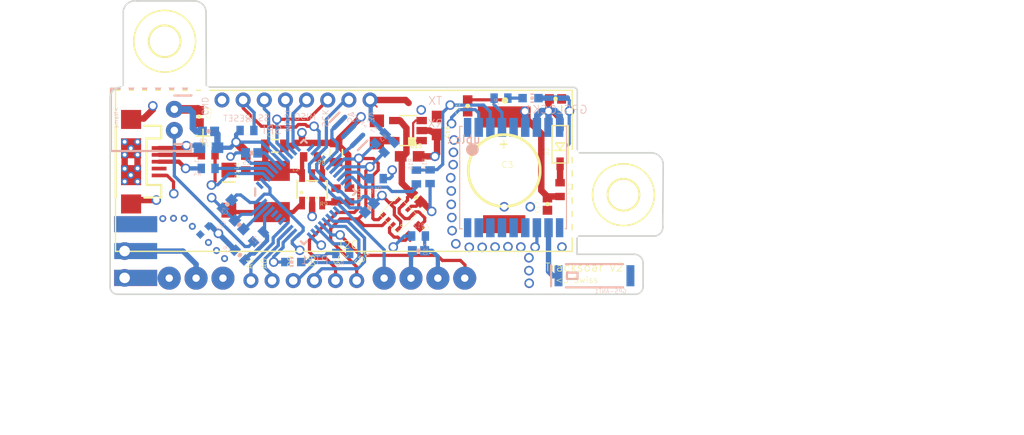
<source format=kicad_pcb>
(kicad_pcb (version 20171130) (host pcbnew "(5.0.0-3-g5ebb6b6)")
  (layers (0 Top signal) (1 Route2 signal) (2 Route15 signal) (31 Bottom signal) (34 B.Paste user) (35 F.Paste user) (36 B.SilkS user) (37 F.SilkS user) (38 B.Mask user) (39 F.Mask user) (44 Edge.Cuts user))
  (net 0 "")
  (net 1 GND)
  (net 2 VCC)
  (net 3 /RFGND)
  (net 4 /D4)
  (net 5 /D3)
  (net 6 "Net-(J$1-PadSIG)")
  (net 7 /PPS)
  (net 8 "Net-(C1-Pad2)")
  (net 9 /~RESET)
  (net 10 /LED)
  (net 11 "Net-(U$4-Pad16)")
  (net 12 "Net-(U$4-Pad17)")
  (net 13 /3V)
  (net 14 /RX1)
  (net 15 /TX1)
  (net 16 "Net-(U$1-Pad5_EXTINT0)")
  (net 17 /VBACKUP)
  (net 18 "Net-(U$1-Pad18_RESERVED)")
  (net 19 "Net-(U$1-Pad17_SCL2)")
  (net 20 "Net-(U$1-Pad16_SDA2)")
  (net 21 "Net-(U$1-Pad15_RESERVED)")
  (net 22 "Net-(U$1-Pad14_VCC_RF)")
  (net 23 "Net-(U$1-Pad13_ANTON)")
  (net 24 /SDA)
  (net 25 /SCL)
  (net 26 "Net-(C7-Pad1)")
  (net 27 /VIN)
  (net 28 "Net-(LT3426-Pad4)")
  (net 29 "Net-(LT3426-Pad3)")
  (net 30 "Net-(D1-PadA)")
  (net 31 /SS)
  (net 32 /MOSI)
  (net 33 /MISO)
  (net 34 /SCK)
  (net 35 "Net-(IC1-Pad2)")
  (net 36 "Net-(C12-Pad2)")
  (net 37 /VSENSE)
  (net 38 "Net-(U$4-Pad40)")
  (net 39 "Net-(U$4-Pad39)")
  (net 40 "Net-(U$4-Pad38)")
  (net 41 /A1)
  (net 42 /A0)
  (net 43 /HWB)
  (net 44 /D13)
  (net 45 /D9)
  (net 46 /D8)
  (net 47 "Net-(U$4-Pad27)")
  (net 48 "Net-(U$4-Pad26)")
  (net 49 "Net-(U$4-Pad22)")
  (net 50 /TX)
  (net 51 /RX)
  (net 52 "Net-(U$4-Pad12)")
  (net 53 "Net-(C5-Pad2)")
  (net 54 /D+)
  (net 55 /D-)
  (net 56 "Net-(U$4-Pad1)")
  (net 57 "Net-(JP1-PadD+)")
  (net 58 "Net-(JP1-PadD-)")
  (net 59 "Net-(F1-Pad1)")
  (net 60 "Net-(C11-Pad2)")
  (net 61 "Net-(C14-Pad2)")
  (net 62 "Net-(U$5-Pad5)")
  (net 63 "Net-(D2-PadC)")
  (net 64 "Net-(GPSLOCK1-PadA)")
  (net 65 "Net-(PTT1-PadA)")
  (net 66 "Net-(GPS-ANT1-Pad1)")
  (module "" (layer Top) (at 123.72701 99.564461)
    (fp_text reference @HOLE0 hide)
    (fp_text value "" (at 0 0) (layer F.SilkS) (effects (font (size 1.27 1.27))))
    (pad "" np_thru_hole circle (at 0 0) (size 0.8 0.8) (drill 0.8) (layers *.Cu))
  )
  (module "" (layer Top) (at 124.99701 99.564461)
    (fp_text reference @HOLE1 hide)
    (fp_text value "" (at 0 0) (layer F.SilkS) (effects (font (size 1.27 1.27))))
    (pad "" np_thru_hole circle (at 0 0) (size 0.8 0.8) (drill 0.8) (layers *.Cu))
  )
  (module "" (layer Top) (at 126.24161 99.564461)
    (fp_text reference @HOLE2 hide)
    (fp_text value "" (at 0 0) (layer F.SilkS) (effects (font (size 1.27 1.27))))
    (pad "" np_thru_hole circle (at 0 0) (size 0.8 0.8) (drill 0.8) (layers *.Cu))
  )
  (module "" (layer Top) (at 127.53701 99.564461)
    (fp_text reference @HOLE3 hide)
    (fp_text value "" (at 0 0) (layer F.SilkS) (effects (font (size 1.27 1.27))))
    (pad "" np_thru_hole circle (at 0 0) (size 0.8 0.8) (drill 0.8) (layers *.Cu))
  )
  (module "" (layer Top) (at 128.80701 99.564461)
    (fp_text reference @HOLE4 hide)
    (fp_text value "" (at 0 0) (layer F.SilkS) (effects (font (size 1.27 1.27))))
    (pad "" np_thru_hole circle (at 0 0) (size 0.8 0.8) (drill 0.8) (layers *.Cu))
  )
  (module "" (layer Top) (at 130.07701 99.564461)
    (fp_text reference @HOLE5 hide)
    (fp_text value "" (at 0 0) (layer F.SilkS) (effects (font (size 1.27 1.27))))
    (pad "" np_thru_hole circle (at 0 0) (size 0.8 0.8) (drill 0.8) (layers *.Cu))
  )
  (module "" (layer Top) (at 131.34701 99.564461)
    (fp_text reference @HOLE6 hide)
    (fp_text value "" (at 0 0) (layer F.SilkS) (effects (font (size 1.27 1.27))))
    (pad "" np_thru_hole circle (at 0 0) (size 0.8 0.8) (drill 0.8) (layers *.Cu))
  )
  (module "" (layer Top) (at 166.27201 113.178861)
    (fp_text reference @HOLE7 hide)
    (fp_text value "" (at 0 0) (layer F.SilkS) (effects (font (size 1.27 1.27))))
    (pad "" np_thru_hole circle (at 0 0) (size 0.8 0.8) (drill 0.8) (layers *.Cu))
  )
  (module "" (layer Top) (at 166.27201 111.908861)
    (fp_text reference @HOLE8 hide)
    (fp_text value "" (at 0 0) (layer F.SilkS) (effects (font (size 1.27 1.27))))
    (pad "" np_thru_hole circle (at 0 0) (size 0.8 0.8) (drill 0.8) (layers *.Cu))
  )
  (module "" (layer Top) (at 166.27201 110.664261)
    (fp_text reference @HOLE9 hide)
    (fp_text value "" (at 0 0) (layer F.SilkS) (effects (font (size 1.27 1.27))))
    (pad "" np_thru_hole circle (at 0 0) (size 0.8 0.8) (drill 0.8) (layers *.Cu))
  )
  (module "" (layer Top) (at 166.27201 109.368861)
    (fp_text reference @HOLE10 hide)
    (fp_text value "" (at 0 0) (layer F.SilkS) (effects (font (size 1.27 1.27))))
    (pad "" np_thru_hole circle (at 0 0) (size 0.8 0.8) (drill 0.8) (layers *.Cu))
  )
  (module "" (layer Top) (at 166.27201 108.098861)
    (fp_text reference @HOLE11 hide)
    (fp_text value "" (at 0 0) (layer F.SilkS) (effects (font (size 1.27 1.27))))
    (pad "" np_thru_hole circle (at 0 0) (size 0.8 0.8) (drill 0.8) (layers *.Cu))
  )
  (module "" (layer Top) (at 166.27201 106.828861)
    (fp_text reference @HOLE12 hide)
    (fp_text value "" (at 0 0) (layer F.SilkS) (effects (font (size 1.27 1.27))))
    (pad "" np_thru_hole circle (at 0 0) (size 0.8 0.8) (drill 0.8) (layers *.Cu))
  )
  (module "" (layer Top) (at 166.27201 105.558861)
    (fp_text reference @HOLE13 hide)
    (fp_text value "" (at 0 0) (layer F.SilkS) (effects (font (size 1.27 1.27))))
    (pad "" np_thru_hole circle (at 0 0) (size 0.8 0.8) (drill 0.8) (layers *.Cu))
  )
  (module "Tracksoar v2 :RADIOMETRIX-HX1" (layer Top) (at 144.45341 107.209861)
    (fp_text reference U$2 hide)
    (fp_text value RADIOMETRIX-HX1 hide)
    (pad RFGND2 thru_hole circle (at -16.51 10.16) (size 2.1844 2.1844) (drill 0.7) (layers *.Cu *.Mask) (net 3 /RFGND))
    (pad 0V thru_hole circle (at 8.89 10.16) (size 2.1844 2.1844) (drill 0.7) (layers *.Cu *.Mask) (net 1 GND))
    (pad VCC thru_hole circle (at 6.35 10.16) (size 2.1844 2.1844) (drill 0.7) (layers *.Cu *.Mask) (net 2 VCC))
    (pad EN thru_hole circle (at 3.81 10.16) (size 2.1844 2.1844) (drill 0.7) (layers *.Cu *.Mask) (net 4 /D4))
    (pad TXD thru_hole circle (at 11.43 10.16) (size 2.1844 2.1844) (drill 0.7) (layers *.Cu *.Mask) (net 5 /D3))
    (pad RFGND thru_hole circle (at -11.43 10.16) (size 2.1844 2.1844) (drill 0.7) (layers *.Cu *.Mask) (net 3 /RFGND))
    (pad RFOUT thru_hole circle (at -13.97 10.16) (size 2.1844 2.1844) (drill 0.7) (layers *.Cu *.Mask) (net 6 "Net-(J$1-PadSIG)"))
  )
  (module "Tracksoar v2 :SMA-EDGE" (layer Bottom) (at 124.76841 117.344461 90)
    (fp_text reference J$1 hide)
    (fp_text value SMA_EDGE hide)
    (pad GND@3 smd rect (at 5.08 0 90) (size 1.524 4.064) (layers Top F.Paste F.Mask) (net 3 /RFGND))
    (pad GND@2 smd rect (at 0 0 90) (size 1.524 4.064) (layers Top F.Paste F.Mask) (net 3 /RFGND))
    (pad GND@1 smd rect (at 5.08 0 90) (size 1.524 4.064) (layers Bottom B.Mask) (net 3 /RFGND))
    (pad SIG smd rect (at 2.54 0 90) (size 1.524 4.064) (layers Bottom B.Mask) (net 6 "Net-(J$1-PadSIG)"))
    (pad GND@0 smd rect (at 0 0 90) (size 1.524 4.064) (layers Bottom B.Mask) (net 3 /RFGND))
  )
  (module "Tracksoar v2 :R0402" (layer Bottom) (at 159.31241 100.326461)
    (fp_text reference R1 (at -0.635 0.762 -90) (layer B.SilkS) (effects (font (size 0.38608 0.38608) (thickness 0.030886)) (justify right top mirror)))
    (fp_text value 1k)
    (pad 2 smd rect (at 0.65 0) (size 0.7 0.9) (layers Bottom B.Paste B.Mask) (net 64 "Net-(GPSLOCK1-PadA)"))
    (pad 1 smd rect (at -0.65 0) (size 0.7 0.9) (layers Bottom B.Paste B.Mask) (net 7 /PPS))
  )
  (module "Tracksoar v2 :CHIP-LED0603" (layer Bottom) (at 162.10641 100.326461 90)
    (fp_text reference GPSLOCK1 (at -0.635 -0.635 180) (layer B.SilkS) (effects (font (size 0.77216 0.77216) (thickness 0.061772)) (justify right top mirror)))
    (fp_text value LEDCHIP-LED0603)
    (pad A smd rect (at 0 -0.75 90) (size 0.8 0.8) (layers Bottom B.Paste B.Mask) (net 64 "Net-(GPSLOCK1-PadA)"))
    (pad C smd rect (at 0 0.75 90) (size 0.8 0.8) (layers Bottom B.Paste B.Mask) (net 1 GND))
  )
  (module "Tracksoar v2 :0402-CAP" (layer Top) (at 164.46861 100.402661 180)
    (fp_text reference C1 (at -0.889 -0.6985) (layer F.SilkS) (effects (font (size 0.38608 0.38608) (thickness 0.030886)) (justify right top)))
    (fp_text value .1uf)
    (pad 2 smd rect (at 0.58 0 180) (size 0.85 0.9) (layers Top F.Paste F.Mask) (net 8 "Net-(C1-Pad2)"))
    (pad 1 smd rect (at -0.58 0 180) (size 0.85 0.9) (layers Top F.Paste F.Mask) (net 1 GND))
  )
  (module "Tracksoar v2 :0402-CAP" (layer Bottom) (at 146.86641 110.715061 225)
    (fp_text reference C4 (at -0.889 0.6985 315) (layer B.SilkS) (effects (font (size 0.38608 0.38608) (thickness 0.030886)) (justify left bottom mirror)))
    (fp_text value .1uf)
    (pad 2 smd rect (at 0.58 0 225) (size 0.85 0.9) (layers Bottom B.Paste B.Mask) (net 2 VCC))
    (pad 1 smd rect (at -0.58 0 225) (size 0.85 0.9) (layers Bottom B.Paste B.Mask) (net 1 GND))
  )
  (module "Tracksoar v2 :R0402" (layer Bottom) (at 135.294535 103.38934 180)
    (fp_text reference R5 (at -0.635 0.762) (layer B.SilkS) (effects (font (size 0.38608 0.38608) (thickness 0.030886)) (justify left bottom mirror)))
    (fp_text value 10k)
    (pad 2 smd rect (at 0.65 0 180) (size 0.7 0.9) (layers Bottom B.Paste B.Mask) (net 2 VCC))
    (pad 1 smd rect (at -0.65 0 180) (size 0.7 0.9) (layers Bottom B.Paste B.Mask) (net 9 /~RESET))
  )
  (module "Tracksoar v2 :CREATIVE_COMMONS" (layer Top) (at 132.26141 131.873261)
    (fp_text reference FRAME1 hide)
    (fp_text value FRAME-LETTER hide)
  )
  (module "Tracksoar v2 :CHIP-LED0603" (layer Bottom) (at 139.67821 115.845861 270)
    (fp_text reference PTT1 (at -0.635 -0.635 180) (layer B.SilkS) (effects (font (size 0.77216 0.77216) (thickness 0.061772)) (justify right top mirror)))
    (fp_text value LEDCHIP-LED0603)
    (pad A smd rect (at 0 -0.75 270) (size 0.8 0.8) (layers Bottom B.Paste B.Mask) (net 65 "Net-(PTT1-PadA)"))
    (pad C smd rect (at 0 0.75 270) (size 0.8 0.8) (layers Bottom B.Paste B.Mask) (net 1 GND))
  )
  (module "Tracksoar v2 :R0402" (layer Bottom) (at 144.35181 115.033061)
    (fp_text reference R6 (at -0.635 0.762) (layer B.SilkS) (effects (font (size 0.38608 0.38608) (thickness 0.030886)) (justify right top mirror)))
    (fp_text value 1k)
    (pad 2 smd rect (at 0.65 0) (size 0.7 0.9) (layers Bottom B.Paste B.Mask) (net 10 /LED))
    (pad 1 smd rect (at -0.65 0) (size 0.7 0.9) (layers Bottom B.Paste B.Mask) (net 65 "Net-(PTT1-PadA)"))
  )
  (module "Tracksoar v2 :RESONATOR-SMD" (layer Bottom) (at 144.894981 103.478611 135)
    (fp_text reference Y1 hide)
    (fp_text value 16MHZ hide)
    (fp_text user >Name (at -1.016 1.27 135) (layer B.SilkS) (effects (font (size 0.38608 0.38608) (thickness 0.032512)) (justify left bottom mirror)))
    (pad 3 smd roundrect (at 1.2 0 135) (size 0.45 1.905) (layers Bottom B.Paste B.Mask) (roundrect_rratio 0.5) (net 11 "Net-(U$4-Pad16)"))
    (pad 2 smd roundrect (at 0 0 135) (size 0.45 1.905) (layers Bottom B.Paste B.Mask) (roundrect_rratio 0.5) (net 1 GND))
    (pad 1 smd roundrect (at -1.2 0 135) (size 0.45 1.905) (layers Bottom B.Paste B.Mask) (roundrect_rratio 0.5) (net 12 "Net-(U$4-Pad17)"))
  )
  (module "Tracksoar v2 :UBLOX_MAX" (layer Bottom) (at 160.55701 108.048061 90)
    (fp_text reference U$1 hide)
    (fp_text value UBLOX_MAX hide)
    (fp_text user ublox (at 3.35875 -3.10625) (layer B.SilkS) (effects (font (size 0.77216 0.77216) (thickness 0.12192)) (justify left bottom mirror)))
    (pad 9_V_RESET smd rect (at 4.95 4.3 90) (size 1.8 0.7) (layers Bottom B.Paste B.Mask) (net 13 /3V))
    (pad 1_GND smd rect (at 4.95 -4.4 90) (size 1.8 0.7) (layers Bottom B.Paste B.Mask) (net 1 GND))
    (pad 2_TXD1 smd rect (at 4.95 -3.35 90) (size 1.8 0.8) (layers Bottom B.Paste B.Mask) (net 14 /RX1))
    (pad 3_RXD1 smd rect (at 4.95 -2.25 90) (size 1.8 0.8) (layers Bottom B.Paste B.Mask) (net 15 /TX1))
    (pad 4_TIMEPULSE smd rect (at 4.95 -1.15 90) (size 1.8 0.8) (layers Bottom B.Paste B.Mask) (net 7 /PPS))
    (pad 5_EXTINT0 smd rect (at 4.95 -0.05 90) (size 1.8 0.8) (layers Bottom B.Paste B.Mask) (net 16 "Net-(U$1-Pad5_EXTINT0)"))
    (pad 6_V_BCKP smd rect (at 4.95 1.05 90) (size 1.8 0.8) (layers Bottom B.Paste B.Mask) (net 17 /VBACKUP))
    (pad 7_VCC_IO smd rect (at 4.95 2.15 90) (size 1.8 0.8) (layers Bottom B.Paste B.Mask) (net 13 /3V))
    (pad 8_VCC smd rect (at 4.95 3.25 90) (size 1.8 0.8) (layers Bottom B.Paste B.Mask) (net 13 /3V))
    (pad 10_GND smd rect (at -4.55 4.3 90) (size 1.8 0.7) (layers Bottom B.Paste B.Mask) (net 1 GND))
    (pad 18_RESERVED smd rect (at -4.55 -4.4 90) (size 1.8 0.7) (layers Bottom B.Paste B.Mask) (net 18 "Net-(U$1-Pad18_RESERVED)"))
    (pad 17_SCL2 smd rect (at -4.55 -3.35 90) (size 1.8 0.8) (layers Bottom B.Paste B.Mask) (net 19 "Net-(U$1-Pad17_SCL2)"))
    (pad 16_SDA2 smd rect (at -4.55 -2.25 90) (size 1.8 0.8) (layers Bottom B.Paste B.Mask) (net 20 "Net-(U$1-Pad16_SDA2)"))
    (pad 15_RESERVED smd rect (at -4.55 -1.15 90) (size 1.8 0.8) (layers Bottom B.Paste B.Mask) (net 21 "Net-(U$1-Pad15_RESERVED)"))
    (pad 14_VCC_RF smd rect (at -4.55 -0.05 90) (size 1.8 0.8) (layers Bottom B.Paste B.Mask) (net 22 "Net-(U$1-Pad14_VCC_RF)"))
    (pad 13_ANTON smd rect (at -4.55 1.05 90) (size 1.8 0.8) (layers Bottom B.Paste B.Mask) (net 23 "Net-(U$1-Pad13_ANTON)"))
    (pad 12_GND smd rect (at -4.55 2.15 90) (size 1.8 0.8) (layers Bottom B.Paste B.Mask) (net 1 GND))
    (pad 11_RF_IN smd rect (at -4.55 3.25 90) (size 1.8 0.8) (layers Bottom B.Paste B.Mask) (net 66 "Net-(GPS-ANT1-Pad1)"))
  )
  (module "Tracksoar v2 :R0402" (layer Bottom) (at 148.72061 104.974661 225)
    (fp_text reference R3 (at -0.635 0.762 45) (layer B.SilkS) (effects (font (size 0.38608 0.38608) (thickness 0.030886)) (justify left bottom mirror)))
    (fp_text value 4.7k)
    (pad 2 smd rect (at 0.65 0 225) (size 0.7 0.9) (layers Bottom B.Paste B.Mask) (net 24 /SDA))
    (pad 1 smd rect (at -0.65 0 225) (size 0.7 0.9) (layers Bottom B.Paste B.Mask) (net 13 /3V))
  )
  (module "Tracksoar v2 :R0402" (layer Bottom) (at 147.90781 104.161861 225)
    (fp_text reference R7 (at -0.635 0.762 225) (layer B.SilkS) (effects (font (size 0.38608 0.38608) (thickness 0.030886)) (justify left bottom mirror)))
    (fp_text value 4.7k)
    (pad 2 smd rect (at 0.65 0 225) (size 0.7 0.9) (layers Bottom B.Paste B.Mask) (net 25 /SCL))
    (pad 1 smd rect (at -0.65 0 225) (size 0.7 0.9) (layers Bottom B.Paste B.Mask) (net 13 /3V))
  )
  (module "Tracksoar v2 :SOT23-6" (layer Top) (at 141.45621 108.962461)
    (fp_text reference LT3426 hide)
    (fp_text value LT3426)
    (pad 5 smd rect (at 0 -1.3) (size 0.55 1.2) (layers Top F.Paste F.Mask) (net 26 "Net-(C7-Pad1)"))
    (pad 6 smd rect (at -0.95 -1.3) (size 0.55 1.2) (layers Top F.Paste F.Mask) (net 27 /VIN))
    (pad 4 smd rect (at 0.95 -1.3) (size 0.55 1.2) (layers Top F.Paste F.Mask) (net 28 "Net-(LT3426-Pad4)"))
    (pad 3 smd rect (at 0.95 1.3) (size 0.55 1.2) (layers Top F.Paste F.Mask) (net 29 "Net-(LT3426-Pad3)"))
    (pad 2 smd rect (at 0 1.3) (size 0.55 1.2) (layers Top F.Paste F.Mask) (net 1 GND))
    (pad 1 smd rect (at -0.95 1.3) (size 0.55 1.2) (layers Top F.Paste F.Mask) (net 30 "Net-(D1-PadA)"))
  )
  (module "Tracksoar v2 :SOD123" (layer Top) (at 133.58221 109.038661 270)
    (fp_text reference D1 (at -1.1 -1 90) (layer F.SilkS) (effects (font (size 0.38608 0.38608) (thickness 0.030886)) (justify left bottom)))
    (fp_text value MBR120VLSFT1 hide)
    (pad A smd rect (at 1.9 0 270) (size 1.4 1.4) (layers Top F.Paste F.Mask) (net 30 "Net-(D1-PadA)"))
    (pad C smd rect (at -1.9 0 270) (size 1.4 1.4) (layers Top F.Paste F.Mask) (net 26 "Net-(C7-Pad1)"))
  )
  (module "Tracksoar v2 :L1812" (layer Top) (at 137.64621 109.165661 270)
    (fp_text reference L2 (at -1.905 -1.905) (layer F.SilkS) (effects (font (size 0.38608 0.38608) (thickness 0.030886)) (justify left bottom)))
    (fp_text value 2.2uh)
    (pad 2 smd rect (at 1.95 0 270) (size 1.9 3.4) (layers Top F.Paste F.Mask) (net 30 "Net-(D1-PadA)"))
    (pad 1 smd rect (at -1.95 0 270) (size 1.9 3.4) (layers Top F.Paste F.Mask) (net 27 /VIN))
  )
  (module "Tracksoar v2 :R0402" (layer Top) (at 141.30381 105.889061 180)
    (fp_text reference R8 (at -0.635 -0.762) (layer F.SilkS) (effects (font (size 0.38608 0.38608) (thickness 0.030886)) (justify left bottom)))
    (fp_text value 1m)
    (pad 2 smd rect (at 0.65 0 180) (size 0.7 0.9) (layers Top F.Paste F.Mask) (net 27 /VIN))
    (pad 1 smd rect (at -0.65 0 180) (size 0.7 0.9) (layers Top F.Paste F.Mask) (net 28 "Net-(LT3426-Pad4)"))
  )
  (module "Tracksoar v2 :R0402" (layer Top) (at 143.71681 109.495861 90)
    (fp_text reference R9 (at -0.635 -0.762) (layer F.SilkS) (effects (font (size 0.38608 0.38608) (thickness 0.030886)) (justify right top)))
    (fp_text value 95.3k)
    (pad 2 smd rect (at 0.65 0 90) (size 0.7 0.9) (layers Top F.Paste F.Mask) (net 26 "Net-(C7-Pad1)"))
    (pad 1 smd rect (at -0.65 0 90) (size 0.7 0.9) (layers Top F.Paste F.Mask) (net 29 "Net-(LT3426-Pad3)"))
  )
  (module "Tracksoar v2 :R0402" (layer Top) (at 144.98681 109.495861 270)
    (fp_text reference R10 (at -0.635 -0.762 90) (layer F.SilkS) (effects (font (size 0.38608 0.38608) (thickness 0.030886)) (justify right top)))
    (fp_text value 30.9k)
    (pad 2 smd rect (at 0.65 0 270) (size 0.7 0.9) (layers Top F.Paste F.Mask) (net 29 "Net-(LT3426-Pad3)"))
    (pad 1 smd rect (at -0.65 0 270) (size 0.7 0.9) (layers Top F.Paste F.Mask) (net 1 GND))
  )
  (module "Tracksoar v2 :0805" (layer Top) (at 143.71681 105.482661 90)
    (fp_text reference C7 (at -0.762 -0.8255 90) (layer F.SilkS) (effects (font (size 0.38608 0.38608) (thickness 0.030886)) (justify left bottom)))
    (fp_text value 22uf)
    (pad 2 smd rect (at 0.9 0 90) (size 0.8 1.2) (layers Top F.Paste F.Mask) (net 1 GND))
    (pad 1 smd rect (at -0.9 0 90) (size 0.8 1.2) (layers Top F.Paste F.Mask) (net 26 "Net-(C7-Pad1)"))
  )
  (module "Tracksoar v2 :0805" (layer Top) (at 137.92561 104.847661)
    (fp_text reference C8 (at -0.762 -0.8255) (layer F.SilkS) (effects (font (size 0.38608 0.38608) (thickness 0.030886)) (justify left bottom)))
    (fp_text value 10uf)
    (pad 2 smd rect (at 0.9 0) (size 0.8 1.2) (layers Top F.Paste F.Mask) (net 1 GND))
    (pad 1 smd rect (at -0.9 0) (size 0.8 1.2) (layers Top F.Paste F.Mask) (net 27 /VIN))
  )
  (module "Tracksoar v2 :ANT-GPS-2X7MM" (layer Bottom) (at 168.15161 117.141261)
    (fp_text reference GPS-ANT1 (at 0 1.243) (layer B.SilkS) (effects (font (size 0.38608 0.38608) (thickness 0.030886)) (justify right top mirror)))
    (fp_text value 1.575GHz hide)
    (pad 1 smd rect (at -3.4 0 270) (size 2 0.75) (layers Bottom B.Paste B.Mask) (net 66 "Net-(GPS-ANT1-Pad1)"))
    (pad NC smd rect (at 3.4 0 270) (size 2 0.75) (layers Bottom B.Paste B.Mask))
  )
  (module "Tracksoar v2 :1X8" (layer Top) (at 139.93221 100.504261 180)
    (fp_text reference FTDI1 hide)
    (fp_text value 1X8 hide)
    (pad 8 thru_hole circle (at 7 0 180) (size 1.4224 1.4224) (drill 0.8) (layers *.Cu *.Mask) (net 1 GND))
    (pad 7 thru_hole circle (at 5 0 180) (size 1.4224 1.4224) (drill 0.8) (layers *.Cu *.Mask) (net 9 /~RESET))
    (pad 6 thru_hole circle (at 3 0 180) (size 1.4224 1.4224) (drill 0.8) (layers *.Cu *.Mask) (net 31 /SS))
    (pad 5 thru_hole circle (at 1 0 180) (size 1.4224 1.4224) (drill 0.8) (layers *.Cu *.Mask) (net 32 /MOSI))
    (pad 4 thru_hole circle (at -1 0 180) (size 1.4224 1.4224) (drill 0.8) (layers *.Cu *.Mask) (net 33 /MISO))
    (pad 3 thru_hole circle (at -3 0 180) (size 1.4224 1.4224) (drill 0.8) (layers *.Cu *.Mask) (net 34 /SCK))
    (pad 2 thru_hole circle (at -5 0 180) (size 1.4224 1.4224) (drill 0.8) (layers *.Cu *.Mask) (net 2 VCC))
    (pad 1 thru_hole circle (at -7 0 180) (size 1.4224 1.4224) (drill 0.8) (layers *.Cu *.Mask) (net 13 /3V))
  )
  (module "Tracksoar v2 :BME280" (layer Top) (at 149.58421 111.350061 315)
    (fp_text reference IC1 hide)
    (fp_text value BME280)
    (pad 1 smd rect (at 0.975 1.025 135) (size 0.35 0.5) (layers Top F.Paste F.Mask) (net 1 GND))
    (pad 4 smd rect (at -0.975 1.025 135) (size 0.35 0.5) (layers Top F.Paste F.Mask) (net 25 /SCL))
    (pad 3 smd rect (at -0.325 1.025 135) (size 0.35 0.5) (layers Top F.Paste F.Mask) (net 24 /SDA))
    (pad 2 smd rect (at 0.325 1.025 135) (size 0.35 0.5) (layers Top F.Paste F.Mask) (net 35 "Net-(IC1-Pad2)"))
    (pad 5 smd rect (at -0.975 -1.025 315) (size 0.35 0.5) (layers Top F.Paste F.Mask) (net 1 GND))
    (pad 8 smd rect (at 0.975 -1.025 315) (size 0.35 0.5) (layers Top F.Paste F.Mask) (net 13 /3V))
    (pad 7 smd rect (at 0.325 -1.025 315) (size 0.35 0.5) (layers Top F.Paste F.Mask) (net 1 GND))
    (pad 6 smd rect (at -0.325 -1.025 315) (size 0.35 0.5) (layers Top F.Paste F.Mask) (net 13 /3V))
  )
  (module "Tracksoar v2 :R0402" (layer Top) (at 151.10821 112.950261 225)
    (fp_text reference R2 (at -0.635 -0.762 225) (layer F.SilkS) (effects (font (size 0.38608 0.38608) (thickness 0.030886)) (justify left bottom)))
    (fp_text value 4.7k)
    (pad 2 smd rect (at 0.65 0 225) (size 0.7 0.9) (layers Top F.Paste F.Mask) (net 35 "Net-(IC1-Pad2)"))
    (pad 1 smd rect (at -0.65 0 225) (size 0.7 0.9) (layers Top F.Paste F.Mask) (net 13 /3V))
  )
  (module "Tracksoar v2 :QFN-44-NOPAD" (layer Bottom) (at 140.66881 109.216461 315)
    (fp_text reference U$4 hide)
    (fp_text value ATMEGA32U4)
    (pad 44 smd rect (at -2.5 3.4 45) (size 0.8 0.3) (layers Bottom B.Paste B.Mask) (net 2 VCC))
    (pad 43 smd rect (at -2 3.4 45) (size 0.8 0.3) (layers Bottom B.Paste B.Mask) (net 1 GND))
    (pad 42 smd rect (at -1.5 3.4 45) (size 0.8 0.3) (layers Bottom B.Paste B.Mask) (net 36 "Net-(C12-Pad2)"))
    (pad 41 smd rect (at -1 3.4 45) (size 0.8 0.3) (layers Bottom B.Paste B.Mask) (net 37 /VSENSE))
    (pad 40 smd rect (at -0.5 3.4 45) (size 0.8 0.3) (layers Bottom B.Paste B.Mask) (net 38 "Net-(U$4-Pad40)"))
    (pad 39 smd rect (at 0 3.4 225) (size 0.8 0.3) (layers Bottom B.Paste B.Mask) (net 39 "Net-(U$4-Pad39)"))
    (pad 38 smd rect (at 0.5 3.4 225) (size 0.8 0.3) (layers Bottom B.Paste B.Mask) (net 40 "Net-(U$4-Pad38)"))
    (pad 37 smd rect (at 1 3.4 225) (size 0.8 0.3) (layers Bottom B.Paste B.Mask) (net 41 /A1))
    (pad 36 smd rect (at 1.5 3.4 225) (size 0.8 0.3) (layers Bottom B.Paste B.Mask) (net 42 /A0))
    (pad 35 smd rect (at 2 3.4 225) (size 0.8 0.3) (layers Bottom B.Paste B.Mask) (net 1 GND))
    (pad 34 smd rect (at 2.5 3.4 225) (size 0.8 0.3) (layers Bottom B.Paste B.Mask) (net 2 VCC))
    (pad 33 smd rect (at 3.4 2.5 135) (size 0.8 0.3) (layers Bottom B.Paste B.Mask) (net 43 /HWB))
    (pad 32 smd rect (at 3.4 2 135) (size 0.8 0.3) (layers Bottom B.Paste B.Mask) (net 44 /D13))
    (pad 31 smd rect (at 3.4 1.5 135) (size 0.8 0.3) (layers Bottom B.Paste B.Mask) (net 10 /LED))
    (pad 30 smd rect (at 3.4 1 135) (size 0.8 0.3) (layers Bottom B.Paste B.Mask) (net 5 /D3))
    (pad 29 smd rect (at 3.4 0.5 135) (size 0.8 0.3) (layers Bottom B.Paste B.Mask) (net 45 /D9))
    (pad 28 smd rect (at 3.4 0 315) (size 0.8 0.3) (layers Bottom B.Paste B.Mask) (net 46 /D8))
    (pad 27 smd rect (at 3.4 -0.5 315) (size 0.8 0.3) (layers Bottom B.Paste B.Mask) (net 47 "Net-(U$4-Pad27)"))
    (pad 26 smd rect (at 3.4 -1 315) (size 0.8 0.3) (layers Bottom B.Paste B.Mask) (net 48 "Net-(U$4-Pad26)"))
    (pad 25 smd rect (at 3.4 -1.5 315) (size 0.8 0.3) (layers Bottom B.Paste B.Mask) (net 4 /D4))
    (pad 24 smd rect (at 3.4 -2 315) (size 0.8 0.3) (layers Bottom B.Paste B.Mask) (net 2 VCC))
    (pad 23 smd rect (at 3.4 -2.5 315) (size 0.8 0.3) (layers Bottom B.Paste B.Mask) (net 1 GND))
    (pad 22 smd rect (at 2.5 -3.4 225) (size 0.8 0.3) (layers Bottom B.Paste B.Mask) (net 49 "Net-(U$4-Pad22)"))
    (pad 21 smd rect (at 2 -3.4 225) (size 0.8 0.3) (layers Bottom B.Paste B.Mask) (net 50 /TX))
    (pad 20 smd rect (at 1.5 -3.4 225) (size 0.8 0.3) (layers Bottom B.Paste B.Mask) (net 51 /RX))
    (pad 19 smd rect (at 1 -3.4 225) (size 0.8 0.3) (layers Bottom B.Paste B.Mask) (net 24 /SDA))
    (pad 18 smd rect (at 0.5 -3.4 225) (size 0.8 0.3) (layers Bottom B.Paste B.Mask) (net 25 /SCL))
    (pad 17 smd rect (at 0 -3.4 45) (size 0.8 0.3) (layers Bottom B.Paste B.Mask) (net 12 "Net-(U$4-Pad17)"))
    (pad 16 smd rect (at -0.5 -3.4 45) (size 0.8 0.3) (layers Bottom B.Paste B.Mask) (net 11 "Net-(U$4-Pad16)"))
    (pad 15 smd rect (at -1 -3.4 45) (size 0.8 0.3) (layers Bottom B.Paste B.Mask) (net 1 GND))
    (pad 14 smd rect (at -1.5 -3.4 45) (size 0.8 0.3) (layers Bottom B.Paste B.Mask) (net 2 VCC))
    (pad 13 smd rect (at -2 -3.4 45) (size 0.8 0.3) (layers Bottom B.Paste B.Mask) (net 9 /~RESET))
    (pad 12 smd rect (at -2.5 -3.4 45) (size 0.8 0.3) (layers Bottom B.Paste B.Mask) (net 52 "Net-(U$4-Pad12)"))
    (pad 11 smd rect (at -3.4 -2.5 315) (size 0.8 0.3) (layers Bottom B.Paste B.Mask) (net 33 /MISO))
    (pad 10 smd rect (at -3.4 -2 315) (size 0.8 0.3) (layers Bottom B.Paste B.Mask) (net 32 /MOSI))
    (pad 9 smd rect (at -3.4 -1.5 315) (size 0.8 0.3) (layers Bottom B.Paste B.Mask) (net 34 /SCK))
    (pad 8 smd rect (at -3.4 -1 315) (size 0.8 0.3) (layers Bottom B.Paste B.Mask) (net 31 /SS))
    (pad 7 smd rect (at -3.4 -0.5 315) (size 0.8 0.3) (layers Bottom B.Paste B.Mask) (net 2 VCC))
    (pad 6 smd rect (at -3.4 0 135) (size 0.8 0.3) (layers Bottom B.Paste B.Mask) (net 53 "Net-(C5-Pad2)"))
    (pad 5 smd rect (at -3.4 0.5 135) (size 0.8 0.3) (layers Bottom B.Paste B.Mask) (net 1 GND))
    (pad 4 smd rect (at -3.4 1 135) (size 0.8 0.3) (layers Bottom B.Paste B.Mask) (net 54 /D+))
    (pad 3 smd rect (at -3.4 1.5 135) (size 0.8 0.3) (layers Bottom B.Paste B.Mask) (net 55 /D-))
    (pad 2 smd rect (at -3.4 2 135) (size 0.8 0.3) (layers Bottom B.Paste B.Mask) (net 2 VCC))
    (pad 1 smd rect (at -3.4 2.5 135) (size 0.8 0.3) (layers Bottom B.Paste B.Mask) (net 56 "Net-(U$4-Pad1)"))
  )
  (module "Tracksoar v2 :USB-MICROB" (layer Top) (at 124.33661 106.346261 270)
    (fp_text reference JP1 hide)
    (fp_text value USB-MICROB hide)
    (pad P$2 smd rect (at 1.27 0 270) (size 1.9 1.9) (layers Top F.Paste F.Mask))
    (pad P$1 smd rect (at -1.27 0 270) (size 1.9 1.9) (layers Top F.Paste F.Mask))
    (pad MT2 smd rect (at 4 0 270) (size 1.8 1.9) (layers Top F.Paste F.Mask) (net 1 GND))
    (pad MT1 smd rect (at -4 0 270) (size 1.8 1.9) (layers Top F.Paste F.Mask) (net 1 GND))
    (pad ID smd rect (at 0.65 -2.65) (size 1.4 0.35) (layers Top F.Paste F.Mask))
    (pad D+ smd rect (at 0 -2.65) (size 1.4 0.35) (layers Top F.Paste F.Mask) (net 57 "Net-(JP1-PadD+)"))
    (pad D- smd rect (at -0.65 -2.65) (size 1.4 0.35) (layers Top F.Paste F.Mask) (net 58 "Net-(JP1-PadD-)"))
    (pad GND smd rect (at 1.3 -2.65) (size 1.4 0.35) (layers Top F.Paste F.Mask) (net 1 GND))
    (pad VBUS smd rect (at -1.3 -2.65) (size 1.4 0.35) (layers Top F.Paste F.Mask) (net 59 "Net-(F1-Pad1)"))
  )
  (module "Tracksoar v2 :JST-2-PTH" (layer Bottom) (at 128.42601 102.383861 270)
    (fp_text reference J1 hide)
    (fp_text value battery hide)
    (fp_text user >Name (at -1.27 5.27 270) (layer B.SilkS) (effects (font (size 0.38608 0.38608) (thickness 0.032512)) (justify left bottom mirror)))
    (pad 2 thru_hole circle (at 1 0 270) (size 1.6 1.6) (drill 0.7) (layers *.Cu *.Mask) (net 27 /VIN))
    (pad 1 thru_hole circle (at -1 0 270) (size 1.6 1.6) (drill 0.7) (layers *.Cu *.Mask) (net 1 GND))
  )
  (module "Tracksoar v2 :R0402" (layer Bottom) (at 131.62641 106.981261)
    (fp_text reference R4 (at -0.635 0.762) (layer B.SilkS) (effects (font (size 0.38608 0.38608) (thickness 0.030886)) (justify left bottom mirror)))
    (fp_text value 22ohm)
    (pad 2 smd rect (at 0.65 0) (size 0.7 0.9) (layers Bottom B.Paste B.Mask) (net 54 /D+))
    (pad 1 smd rect (at -0.65 0) (size 0.7 0.9) (layers Bottom B.Paste B.Mask) (net 57 "Net-(JP1-PadD+)"))
  )
  (module "Tracksoar v2 :R0402" (layer Top) (at 131.62641 105.685861)
    (fp_text reference R11 (at -0.635 -0.762) (layer F.SilkS) (effects (font (size 0.38608 0.38608) (thickness 0.030886)) (justify left bottom)))
    (fp_text value 22ohm)
    (pad 2 smd rect (at 0.65 0) (size 0.7 0.9) (layers Top F.Paste F.Mask) (net 55 /D-))
    (pad 1 smd rect (at -0.65 0) (size 0.7 0.9) (layers Top F.Paste F.Mask) (net 58 "Net-(JP1-PadD-)"))
  )
  (module "Tracksoar v2 :0603" (layer Bottom) (at 131.65181 105.025461)
    (fp_text reference F1 (at -0.889 0.762 -90) (layer B.SilkS) (effects (font (size 0.38608 0.38608) (thickness 0.030886)) (justify left bottom mirror)))
    (fp_text value PTC0603)
    (pad 2 smd rect (at 0.85 0) (size 1.1 1) (layers Bottom B.Paste B.Mask) (net 2 VCC))
    (pad 1 smd rect (at -0.85 0) (size 1.1 1) (layers Bottom B.Paste B.Mask) (net 59 "Net-(F1-Pad1)"))
  )
  (module "Tracksoar v2 :0402-CAP" (layer Bottom) (at 135.74121 105.508061)
    (fp_text reference C5 (at -0.889 0.6985) (layer B.SilkS) (effects (font (size 0.38608 0.38608) (thickness 0.030886)) (justify right top mirror)))
    (fp_text value 1uf)
    (pad 2 smd rect (at 0.58 0) (size 0.85 0.9) (layers Bottom B.Paste B.Mask) (net 53 "Net-(C5-Pad2)"))
    (pad 1 smd rect (at -0.58 0) (size 0.85 0.9) (layers Bottom B.Paste B.Mask) (net 1 GND))
  )
  (module "Tracksoar v2 :1X6" (layer Top) (at 140.66881 117.598461)
    (fp_text reference U$3 hide)
    (fp_text value 1X6 hide)
    (pad 6 thru_hole circle (at 5 0) (size 1.4224 1.4224) (drill 0.8) (layers *.Cu *.Mask) (net 24 /SDA))
    (pad 5 thru_hole circle (at 3 0) (size 1.4224 1.4224) (drill 0.8) (layers *.Cu *.Mask) (net 25 /SCL))
    (pad 4 thru_hole circle (at 1 0) (size 1.4224 1.4224) (drill 0.8) (layers *.Cu *.Mask) (net 46 /D8))
    (pad 3 thru_hole circle (at -1 0) (size 1.4224 1.4224) (drill 0.8) (layers *.Cu *.Mask) (net 45 /D9))
    (pad 2 thru_hole circle (at -3 0) (size 1.4224 1.4224) (drill 0.8) (layers *.Cu *.Mask) (net 42 /A0))
    (pad 1 thru_hole circle (at -5 0) (size 1.4224 1.4224) (drill 0.8) (layers *.Cu *.Mask) (net 41 /A1))
  )
  (module "Tracksoar v2 :0402" (layer Top) (at 135.18241 106.473261 90)
    (fp_text reference L1 (at -0.635 -0.635 90) (layer F.SilkS) (effects (font (size 0.38608 0.38608) (thickness 0.030886)) (justify left bottom)))
    (fp_text value BLM15H)
    (pad 2 smd rect (at 0.65 0 90) (size 0.7 0.9) (layers Top F.Paste F.Mask) (net 2 VCC))
    (pad 1 smd rect (at -0.65 0 90) (size 0.7 0.9) (layers Top F.Paste F.Mask) (net 26 "Net-(C7-Pad1)"))
  )
  (module "Tracksoar v2 :R0402" (layer Bottom) (at 136.37621 113.458261 45)
    (fp_text reference R13 (at -0.635 0.762 135) (layer B.SilkS) (effects (font (size 0.38608 0.38608) (thickness 0.030886)) (justify left bottom mirror)))
    (fp_text value 10k)
    (pad 2 smd rect (at 0.65 0 45) (size 0.7 0.9) (layers Bottom B.Paste B.Mask) (net 37 /VSENSE))
    (pad 1 smd rect (at -0.65 0 45) (size 0.7 0.9) (layers Bottom B.Paste B.Mask) (net 27 /VIN))
  )
  (module "Tracksoar v2 :0402-CAP" (layer Bottom) (at 134.62361 115.185461 315)
    (fp_text reference C6 (at -0.889 0.6985 315) (layer B.SilkS) (effects (font (size 0.38608 0.38608) (thickness 0.030886)) (justify left bottom mirror)))
    (fp_text value .1uf)
    (pad 2 smd rect (at 0.65 0 315) (size 0.7 0.9) (layers Bottom B.Paste B.Mask) (net 37 /VSENSE))
    (pad 1 smd rect (at -0.65 0 315) (size 0.7 0.9) (layers Bottom B.Paste B.Mask) (net 1 GND))
  )
  (module "Tracksoar v2 :0402-CAP" (layer Bottom) (at 131.65181 103.476061)
    (fp_text reference C9 (at -0.889 0.6985) (layer B.SilkS) (effects (font (size 0.38608 0.38608) (thickness 0.030886)) (justify right top mirror)))
    (fp_text value .1uf)
    (pad 2 smd rect (at 0.58 0) (size 0.85 0.9) (layers Bottom B.Paste B.Mask) (net 2 VCC))
    (pad 1 smd rect (at -0.58 0) (size 0.85 0.9) (layers Bottom B.Paste B.Mask) (net 1 GND))
  )
  (module "Tracksoar v2 :0402-CAP" (layer Bottom) (at 151.51461 114.779061 180)
    (fp_text reference C10 (at -0.889 0.6985 270) (layer B.SilkS) (effects (font (size 0.38608 0.38608) (thickness 0.030886)) (justify left bottom mirror)))
    (fp_text value .1uf)
    (pad 2 smd rect (at 0.58 0 180) (size 0.85 0.9) (layers Bottom B.Paste B.Mask) (net 2 VCC))
    (pad 1 smd rect (at -0.58 0 180) (size 0.85 0.9) (layers Bottom B.Paste B.Mask) (net 1 GND))
  )
  (module "Tracksoar v2 :0402-CAP" (layer Top) (at 156.16281 101.063061 90)
    (fp_text reference C11 (at -0.889 -0.6985 90) (layer F.SilkS) (effects (font (size 0.38608 0.38608) (thickness 0.030886)) (justify left bottom)))
    (fp_text value .1uf)
    (pad 2 smd rect (at 0.58 0 90) (size 0.85 0.9) (layers Top F.Paste F.Mask) (net 60 "Net-(C11-Pad2)"))
    (pad 1 smd rect (at -0.58 0 90) (size 0.85 0.9) (layers Top F.Paste F.Mask) (net 1 GND))
  )
  (module "Tracksoar v2 :0402-CAP" (layer Bottom) (at 134.54741 112.315261 315)
    (fp_text reference C12 (at -0.889 0.6985 45) (layer B.SilkS) (effects (font (size 0.38608 0.38608) (thickness 0.030886)) (justify left bottom mirror)))
    (fp_text value 1uf)
    (pad 2 smd rect (at 0.58 0 315) (size 0.85 0.9) (layers Bottom B.Paste B.Mask) (net 36 "Net-(C12-Pad2)"))
    (pad 1 smd rect (at -0.58 0 315) (size 0.85 0.9) (layers Bottom B.Paste B.Mask) (net 1 GND))
  )
  (module "Tracksoar v2 :0402-CAP" (layer Top) (at 130.76281 102.079061 270)
    (fp_text reference C13 (at -0.889 -0.6985 90) (layer F.SilkS) (effects (font (size 0.38608 0.38608) (thickness 0.030886)) (justify right top)))
    (fp_text value .1uf)
    (pad 2 smd rect (at 0.58 0 270) (size 0.85 0.9) (layers Top F.Paste F.Mask) (net 27 /VIN))
    (pad 1 smd rect (at -0.58 0 270) (size 0.85 0.9) (layers Top F.Paste F.Mask) (net 1 GND))
  )
  (module "Tracksoar v2 :0402-CAP" (layer Top) (at 151.28601 109.724461 135)
    (fp_text reference C14 (at -0.889 -0.6985 -45) (layer F.SilkS) (effects (font (size 0.38608 0.38608) (thickness 0.030886)) (justify left bottom)))
    (fp_text value .1uf)
    (pad 2 smd rect (at 0.58 0 135) (size 0.85 0.9) (layers Top F.Paste F.Mask) (net 61 "Net-(C14-Pad2)"))
    (pad 1 smd rect (at -0.58 0 135) (size 0.85 0.9) (layers Top F.Paste F.Mask) (net 1 GND))
  )
  (module "Tracksoar v2 :R0402" (layer Bottom) (at 151.51461 113.382061 180)
    (fp_text reference R12 (at -0.635 0.762) (layer B.SilkS) (effects (font (size 0.38608 0.38608) (thickness 0.030886)) (justify left bottom mirror)))
    (fp_text value 10k)
    (pad 2 smd rect (at 0.65 0 180) (size 0.7 0.9) (layers Bottom B.Paste B.Mask) (net 43 /HWB))
    (pad 1 smd rect (at -0.65 0 180) (size 0.7 0.9) (layers Bottom B.Paste B.Mask) (net 1 GND))
  )
  (module "Tracksoar v2 :DBV_R-PDSO-G5" (layer Top) (at 150.52401 103.399861 90)
    (fp_text reference U$5 hide)
    (fp_text value PAM2305)
    (pad 5 smd rect (at -0.95 -1.3 90) (size 0.69 0.99) (layers Top F.Paste F.Mask) (net 62 "Net-(U$5-Pad5)"))
    (pad 4 smd rect (at 0.95 -1.3 90) (size 0.69 0.99) (layers Top F.Paste F.Mask) (net 13 /3V))
    (pad 3 smd rect (at 0.95 1.29 90) (size 0.69 0.99) (layers Top F.Paste F.Mask) (net 2 VCC))
    (pad 2 smd rect (at 0 1.29 90) (size 0.69 0.99) (layers Top F.Paste F.Mask) (net 1 GND))
    (pad 1 smd rect (at -0.95 1.29 90) (size 0.69 0.99) (layers Top F.Paste F.Mask) (net 2 VCC))
  )
  (module "Tracksoar v2 :RESC0805_N" (layer Top) (at 147.57761 103.577661 270)
    (fp_text reference U$6 hide)
    (fp_text value 4.7uH)
    (pad 2 smd rect (at 1 0 270) (size 1.2 1.35) (layers Top F.Paste F.Mask) (net 62 "Net-(U$5-Pad5)"))
    (pad 1 smd rect (at -1.1 0 270) (size 1.2 1.35) (layers Top F.Paste F.Mask) (net 13 /3V))
  )
  (module "Tracksoar v2 :0603" (layer Top) (at 150.67641 105.838261)
    (fp_text reference C15 (at 0 -0.762) (layer F.SilkS) (effects (font (size 0.38608 0.38608) (thickness 0.077216)) (justify left bottom)))
    (fp_text value 10uF)
    (pad 2 smd rect (at 0.85 0) (size 1.1 1) (layers Top F.Paste F.Mask) (net 1 GND))
    (pad 1 smd rect (at -0.85 0) (size 1.1 1) (layers Top F.Paste F.Mask) (net 13 /3V))
  )
  (module "Tracksoar v2 :0603" (layer Top) (at 153.26721 102.917261 270)
    (fp_text reference C16 (at 0 -0.762 90) (layer F.SilkS) (effects (font (size 0.38608 0.38608) (thickness 0.077216)) (justify right top)))
    (fp_text value 10uF)
    (pad 2 smd rect (at 0.85 0 270) (size 1.1 1) (layers Top F.Paste F.Mask) (net 1 GND))
    (pad 1 smd rect (at -0.85 0 270) (size 1.1 1) (layers Top F.Paste F.Mask) (net 2 VCC))
  )
  (module "Tracksoar v2 :R0402" (layer Bottom) (at 152.60681 107.768661 270)
    (fp_text reference R14 (at -0.635 0.762 90) (layer B.SilkS) (effects (font (size 0.38608 0.38608) (thickness 0.030886)) (justify right top mirror)))
    (fp_text value 10k)
    (pad 2 smd rect (at 0.65 0 270) (size 0.7 0.9) (layers Bottom B.Paste B.Mask) (net 1 GND))
    (pad 1 smd rect (at -0.65 0 270) (size 0.7 0.9) (layers Bottom B.Paste B.Mask) (net 15 /TX1))
  )
  (module "Tracksoar v2 :R0402" (layer Bottom) (at 151.31141 107.794061 270)
    (fp_text reference R15 (at -0.635 0.762 90) (layer B.SilkS) (effects (font (size 0.38608 0.38608) (thickness 0.030886)) (justify right top mirror)))
    (fp_text value 4.7k)
    (pad 2 smd rect (at 0.65 0 270) (size 0.7 0.9) (layers Bottom B.Paste B.Mask) (net 50 /TX))
    (pad 1 smd rect (at -0.65 0 270) (size 0.7 0.9) (layers Bottom B.Paste B.Mask) (net 15 /TX1))
  )
  (module "Tracksoar v2 :R0402" (layer Bottom) (at 147.52681 107.946461)
    (fp_text reference R16 (at -0.635 0.762) (layer B.SilkS) (effects (font (size 0.38608 0.38608) (thickness 0.030886)) (justify right top mirror)))
    (fp_text value 10k)
    (pad 2 smd rect (at 0.65 0) (size 0.7 0.9) (layers Bottom B.Paste B.Mask) (net 14 /RX1))
    (pad 1 smd rect (at -0.65 0) (size 0.7 0.9) (layers Bottom B.Paste B.Mask) (net 51 /RX))
  )
  (module "Tracksoar v2 :RESC0402_N" (layer Bottom) (at 131.27081 112.848661 225)
    (fp_text reference U$7 hide)
    (fp_text value INDUCTOR_0402_N)
    (pad 2 smd rect (at 0.55 0 225) (size 0.6 0.6) (layers Bottom B.Paste B.Mask) (net 3 /RFGND))
    (pad 1 smd rect (at -0.55 0 225) (size 0.6 0.6) (layers Bottom B.Paste B.Mask) (net 1 GND))
  )
  (module "Tracksoar v2 :0402-CAP" (layer Bottom) (at 133.42981 110.384861 45)
    (fp_text reference C2 (at -0.889 0.6985 135) (layer B.SilkS) (effects (font (size 0.38608 0.38608) (thickness 0.030886)) (justify left bottom mirror)))
    (fp_text value .1uf)
    (pad 2 smd rect (at 0.58 0 45) (size 0.85 0.9) (layers Bottom B.Paste B.Mask) (net 2 VCC))
    (pad 1 smd rect (at -0.58 0 45) (size 0.85 0.9) (layers Bottom B.Paste B.Mask) (net 1 GND))
  )
  (module "Tracksoar v2 :DSK-3R3H204T614-H2L" (layer Top) (at 159.61721 107.184461)
    (fp_text reference C3 (at -0.295959 -0.20844) (layer F.SilkS) (effects (font (size 0.57912 0.57912) (thickness 0.046329)) (justify left bottom)))
    (fp_text value "GPS BACKUP" hide)
    (pad 2 smd rect (at 0 5.075) (size 4 1.7) (layers Top F.Paste F.Mask) (net 1 GND))
    (pad 1 smd rect (at 0 -5.075) (size 5 2) (layers Top F.Paste F.Mask) (net 17 /VBACKUP))
  )
  (module "Tracksoar v2 :SOD-123" (layer Top) (at 164.90041 104.695261 90)
    (fp_text reference D2 (at -1.1 -1 90) (layer F.SilkS) (effects (font (size 0.38608 0.38608) (thickness 0.030886)) (justify left bottom)))
    (fp_text value SD101CW)
    (pad A smd rect (at 1.85 0 90) (size 1.2 0.7) (layers Top F.Paste F.Mask) (net 13 /3V))
    (pad C smd rect (at -1.85 0 90) (size 1.2 0.7) (layers Top F.Paste F.Mask) (net 63 "Net-(D2-PadC)"))
  )
  (module "Tracksoar v2 :R0402" (layer Top) (at 164.90041 108.987861 270)
    (fp_text reference R17 (at -0.635 -0.762 90) (layer F.SilkS) (effects (font (size 0.38608 0.38608) (thickness 0.030886)) (justify right top)))
    (fp_text value 330)
    (pad 2 smd rect (at 0.65 0 270) (size 0.7 0.9) (layers Top F.Paste F.Mask) (net 17 /VBACKUP))
    (pad 1 smd rect (at -0.65 0 270) (size 0.7 0.9) (layers Top F.Paste F.Mask) (net 63 "Net-(D2-PadC)"))
  )
  (module "Tracksoar v2 :0402-CAP" (layer Top) (at 163.70661 110.359461 90)
    (fp_text reference C17 (at -0.889 -0.6985 90) (layer F.SilkS) (effects (font (size 0.38608 0.38608) (thickness 0.030886)) (justify left bottom)))
    (fp_text value .1uf)
    (pad 2 smd rect (at 0.58 0 90) (size 0.85 0.9) (layers Top F.Paste F.Mask) (net 17 /VBACKUP))
    (pad 1 smd rect (at -0.58 0 90) (size 0.85 0.9) (layers Top F.Paste F.Mask) (net 1 GND))
  )
  (module "Tracksoar v2 :2,8" (layer Top) (at 127.51161 94.941661)
    (fp_text reference H1 hide)
    (fp_text value MOUNT-HOLE2.8 hide)
    (pad "" np_thru_hole circle (at 0 0) (size 2.8 2.8) (drill 2.8) (layers *.Cu))
  )
  (module "Tracksoar v2 :2,8" (layer Top) (at 170.89481 109.470461)
    (fp_text reference H2 hide)
    (fp_text value MOUNT-HOLE2.8 hide)
    (pad "" np_thru_hole circle (at 0 0) (size 2.8 2.8) (drill 2.8) (layers *.Cu))
  )
  (gr_text "Tracksoar v2" (at 170.94561 115.896661) (layer F.SilkS) (effects (font (size 0.77216 0.77216) (thickness 0.065024)) (justify right top)))
  (gr_text "<3 Swiss" (at 164.41781 117.877861) (layer F.SilkS) (effects (font (size 0.57912 0.57912) (thickness 0.048768)) (justify left bottom)))
  (gr_text GND (at 131.65181 100.174061 -90) (layer B.SilkS) (effects (font (size 0.57912 0.57912) (thickness 0.048768)) (justify right top mirror)))
  (gr_text I2C (at 143.94541 114.677461) (layer F.SilkS) (effects (font (size 0.77216 0.77216) (thickness 0.065024)) (justify left bottom)))
  (gr_text SPI (at 138.66221 103.806261) (layer B.SilkS) (effects (font (size 0.77216 0.77216) (thickness 0.065024)) (justify left bottom mirror)))
  (gr_arc (start 123.06661 118.182661) (end 122.96501 118.893861) (angle 90) (layer Edge.Cuts) (width 0.15))
  (gr_line (start 122.35541 118.081061) (end 122.35541 100.174061) (layer Edge.Cuts) (width 0.15))
  (gr_arc (start 123.40951 100.364561) (end 122.35541 100.174061) (angle 90) (layer Edge.Cuts) (width 0.15))
  (gr_line (start 123.60001 99.310461) (end 123.60001 92.046061) (layer Edge.Cuts) (width 0.15))
  (gr_arc (start 124.71761 92.249261) (end 123.60001 92.046061) (angle 90) (layer Edge.Cuts) (width 0.15))
  (gr_line (start 124.92081 91.131661) (end 130.28021 91.131661) (layer Edge.Cuts) (width 0.15))
  (gr_arc (start 130.34371 92.211161) (end 130.28021 91.131661) (angle 90) (layer Edge.Cuts) (width 0.15))
  (gr_line (start 131.42321 92.147661) (end 131.44861 99.208861) (layer Edge.Cuts) (width 0.15))
  (gr_arc (start 131.49941 99.234261) (end 131.44861 99.208861) (angle -90) (layer Edge.Cuts) (width 0.15))
  (gr_line (start 131.47401 99.285061) (end 166.22121 99.310461) (layer Edge.Cuts) (width 0.15))
  (gr_arc (start 166.15771 99.678761) (end 166.22121 99.310461) (angle 90) (layer Edge.Cuts) (width 0.15))
  (gr_line (start 166.52601 99.742261) (end 166.52601 105.508061) (layer Edge.Cuts) (width 0.15))
  (gr_line (start 166.52601 105.508061) (end 173.48561 105.508061) (layer Edge.Cuts) (width 0.15))
  (gr_arc (start 173.52371 106.638361) (end 173.48561 105.508061) (angle 90) (layer Edge.Cuts) (width 0.15))
  (gr_line (start 166.50061 115.109261) (end 171.93621 115.109261) (layer Edge.Cuts) (width 0.15))
  (gr_arc (start 171.91081 115.947461) (end 171.93621 115.109261) (angle 90) (layer Edge.Cuts) (width 0.15))
  (gr_line (start 172.74901 115.972861) (end 172.74901 118.055661) (layer Edge.Cuts) (width 0.15))
  (gr_arc (start 172.01241 118.157261) (end 172.74901 118.055661) (angle 90) (layer Edge.Cuts) (width 0.15))
  (gr_line (start 172.11401 118.893861) (end 122.96501 118.893861) (layer Edge.Cuts) (width 0.15))
  (gr_text A0 (at 137.26521 116.531661 90) (layer F.SilkS) (effects (font (size 0.57912 0.57912) (thickness 0.048768)) (justify left bottom)))
  (gr_text D9 (at 139.77981 116.379261 90) (layer F.SilkS) (effects (font (size 0.57912 0.57912) (thickness 0.048768)) (justify left bottom)))
  (gr_text D8 (at 141.78641 116.353861 90) (layer F.SilkS) (effects (font (size 0.57912 0.57912) (thickness 0.048768)) (justify left bottom)))
  (gr_text SCL (at 143.81841 116.379261 45) (layer F.SilkS) (effects (font (size 0.57912 0.57912) (thickness 0.048768)) (justify left bottom)))
  (gr_text SDA (at 145.79961 116.379261 45) (layer F.SilkS) (effects (font (size 0.57912 0.57912) (thickness 0.048768)) (justify left bottom)))
  (gr_text !RESET (at 135.96981 102.587061) (layer B.SilkS) (effects (font (size 0.57912 0.57912) (thickness 0.048768)) (justify left bottom mirror)))
  (gr_text SS (at 137.46841 102.561661) (layer B.SilkS) (effects (font (size 0.57912 0.57912) (thickness 0.048768)) (justify left bottom mirror)))
  (gr_text MOSI (at 138.81461 103.577661 -90) (layer B.SilkS) (effects (font (size 0.57912 0.57912) (thickness 0.048768)) (justify left bottom mirror)))
  (gr_text MISO (at 141.86261 102.434661) (layer B.SilkS) (effects (font (size 0.57912 0.57912) (thickness 0.048768)) (justify left bottom mirror)))
  (gr_text SCK (at 142.34521 103.120461 -90) (layer B.SilkS) (effects (font (size 0.57912 0.57912) (thickness 0.048768)) (justify left bottom mirror)))
  (gr_text 3V (at 147.32361 101.571061 -90) (layer B.SilkS) (effects (font (size 0.57912 0.57912) (thickness 0.048768)) (justify right top mirror)))
  (gr_text 5V (at 145.41861 101.596461 -90) (layer B.SilkS) (effects (font (size 0.57912 0.57912) (thickness 0.048768)) (justify right top mirror)))
  (gr_text RX (at 153.92761 103.196661) (layer B.SilkS) (effects (font (size 0.77216 0.77216) (thickness 0.065024)) (justify left bottom mirror)))
  (gr_text TX (at 153.80061 101.037661) (layer B.SilkS) (effects (font (size 0.77216 0.77216) (thickness 0.065024)) (justify left bottom mirror)))
  (gr_line (start 134.16641 108.276661) (end 132.97261 108.276661) (layer F.SilkS) (width 0.15))
  (gr_line (start 159.56641 104.365061) (end 159.56641 105.025461) (layer F.SilkS) (width 0.15))
  (gr_line (start 159.87121 104.695261) (end 159.21081 104.695261) (layer F.SilkS) (width 0.15))
  (gr_line (start 166.50061 115.109261) (end 166.50061 113.382061) (layer Edge.Cuts) (width 0.15))
  (gr_line (start 166.50061 113.382061) (end 173.91741 113.382061) (layer Edge.Cuts) (width 0.15))
  (gr_arc (start 173.73961 112.518461) (end 173.91741 113.382061) (angle -90) (layer Edge.Cuts) (width 0.15))
  (gr_line (start 174.60321 112.340661) (end 174.65401 106.600261) (layer Edge.Cuts) (width 0.15))
  (gr_line (start 164.49401 104.619061) (end 164.90041 105.177861) (layer F.SilkS) (width 0.15))
  (gr_line (start 164.90041 105.177861) (end 165.30681 104.568261) (layer F.SilkS) (width 0.15))
  (gr_line (start 165.30681 104.568261) (end 164.49401 104.568261) (layer F.SilkS) (width 0.15))
  (gr_line (start 164.36701 105.279461) (end 165.43381 105.279461) (layer F.SilkS) (width 0.15))
  (gr_text + (at 130.00081 104.771461) (layer F.SilkS) (effects (font (size 1.6891 1.6891) (thickness 0.14224)) (justify left bottom)))
  (gr_text A1 (at 135.89361 116.531661 90) (layer F.SilkS) (effects (font (size 0.57912 0.57912) (thickness 0.048768)) (justify left bottom)))
  (segment (start 142.365866 106.105193) (end 142.133403 106.337655) (width 0.3048) (layer Bottom) (net 1))
  (segment (start 142.133403 106.337655) (end 141.88801 106.583052) (width 0.3048) (layer Bottom) (net 1))
  (segment (start 141.88801 106.583052) (end 141.88801 107.159061) (width 0.3048) (layer Bottom) (net 1))
  (segment (start 141.88801 107.159061) (end 143.89461 109.165661) (width 0.3048) (layer Bottom) (net 1))
  (segment (start 143.89461 109.165661) (end 144.17401 109.165661) (width 0.3048) (layer Bottom) (net 1))
  (segment (start 144.17401 109.165661) (end 144.840741 109.832393) (width 0.3048) (layer Bottom) (net 1))
  (segment (start 144.840741 109.832393) (end 144.840738 109.852858) (width 0.3048) (layer Bottom) (net 1))
  (via (at 146.07901 102.104461) (size 0.9048) (drill 0.6) (layers Top Bottom) (net 1))
  (via (at 137.82401 115.845861) (size 0.9048) (drill 0.6) (layers Top Bottom) (net 1))
  (segment (start 137.911091 107.165852) (end 137.495856 106.750615) (width 0.3048) (layer Bottom) (net 1))
  (segment (start 137.495856 106.750615) (end 137.243903 106.498661) (width 0.3048) (layer Bottom) (net 1))
  (segment (start 137.243903 106.498661) (end 135.66501 106.498661) (width 0.3048) (layer Bottom) (net 1))
  (segment (start 135.66501 106.498661) (end 135.29441 106.128061) (width 0.3048) (layer Bottom) (net 1))
  (segment (start 135.29441 106.128061) (end 135.16121 105.508061) (width 0.3048) (layer Bottom) (net 1))
  (via (at 154.66421 111.629461) (size 0.9048) (drill 0.6) (layers Top Bottom) (net 1))
  (via (at 154.68961 112.874061) (size 0.9048) (drill 0.6) (layers Top Bottom) (net 1))
  (via (at 155.04521 114.118661) (size 0.9048) (drill 0.6) (layers Top Bottom) (net 1))
  (via (at 161.95401 116.658661) (size 0.9048) (drill 0.6) (layers Top Bottom) (net 1))
  (via (at 161.95401 115.439461) (size 0.9048) (drill 0.6) (layers Top Bottom) (net 1))
  (via (at 162.53821 114.423461) (size 0.9048) (drill 0.6) (layers Top Bottom) (net 1))
  (via (at 165.07821 114.423461) (size 0.9048) (drill 0.6) (layers Top Bottom) (net 1))
  (via (at 161.97941 117.852461) (size 0.9048) (drill 0.6) (layers Top Bottom) (net 1))
  (via (at 156.31521 114.448861) (size 0.9048) (drill 0.6) (layers Top Bottom) (net 1))
  (via (at 157.53441 114.448861) (size 0.9048) (drill 0.6) (layers Top Bottom) (net 1))
  (via (at 158.75361 114.423461) (size 0.9048) (drill 0.6) (layers Top Bottom) (net 1))
  (via (at 159.97281 114.398061) (size 0.9048) (drill 0.6) (layers Top Bottom) (net 1))
  (via (at 161.19201 114.423461) (size 0.9048) (drill 0.6) (layers Top Bottom) (net 1))
  (segment (start 139.123925 113.589777) (end 139.67886 113.03484) (width 0.3048) (layer Bottom) (net 1))
  (segment (start 152.09461 114.779061) (end 152.78461 114.779061) (width 0.4064) (layer Bottom) (net 1))
  (segment (start 152.78461 114.779061) (end 153.34341 115.337861) (width 0.4064) (layer Bottom) (net 1))
  (segment (start 153.34341 115.337861) (end 153.34341 117.369861) (width 0.4064) (layer Bottom) (net 1))
  (segment (start 134.77601 111.324661) (end 135.732185 111.324661) (width 0.3048) (layer Bottom) (net 1))
  (segment (start 136.850431 110.206411) (end 135.732185 111.324661) (width 0.3048) (layer Bottom) (net 1))
  (segment (start 146.07901 102.104461) (end 145.613403 102.570068) (width 0.3048) (layer Bottom) (net 1))
  (segment (start 145.6134 102.760193) (end 145.613403 102.570068) (width 0.3048) (layer Bottom) (net 1))
  (segment (start 143.71681 104.582661) (end 144.04701 104.136461) (width 0.6096) (layer Top) (net 1))
  (segment (start 144.04701 104.136461) (end 146.07901 102.104461) (width 0.6096) (layer Top) (net 1))
  (segment (start 144.98681 108.845861) (end 144.85981 108.845861) (width 0.6096) (layer Top) (net 1))
  (segment (start 144.85981 108.845861) (end 144.85981 105.700261) (width 0.6096) (layer Top) (net 1))
  (segment (start 144.85981 105.700261) (end 143.71681 104.582661) (width 0.6096) (layer Top) (net 1))
  (segment (start 138.82561 104.847661) (end 139.60201 104.847661) (width 0.6096) (layer Top) (net 1))
  (segment (start 139.60201 104.847661) (end 139.90681 104.568261) (width 0.6096) (layer Top) (net 1))
  (segment (start 139.90681 104.568261) (end 140.56721 104.568261) (width 0.6096) (layer Top) (net 1))
  (segment (start 140.56721 104.568261) (end 143.57541 104.568261) (width 0.6096) (layer Top) (net 1))
  (segment (start 143.57541 104.568261) (end 143.71681 104.582661) (width 0.6096) (layer Top) (net 1))
  (via (at 154.61341 110.384861) (size 0.9048) (drill 0.6) (layers Top Bottom) (net 1))
  (via (at 154.61341 109.114861) (size 0.9048) (drill 0.6) (layers Top Bottom) (net 1))
  (via (at 154.56261 107.870261) (size 0.9048) (drill 0.6) (layers Top Bottom) (net 1))
  (segment (start 134.219628 111.881043) (end 134.137285 111.90514) (width 0.3048) (layer Bottom) (net 1))
  (segment (start 128.41001 101.367861) (end 128.42601 101.383861) (width 0.8128) (layer Top) (net 1))
  (segment (start 131.07181 103.476061) (end 130.48341 103.476061) (width 0.6096) (layer Bottom) (net 1))
  (segment (start 130.48341 103.476061) (end 130.17861 103.171261) (width 0.6096) (layer Bottom) (net 1))
  (segment (start 130.17861 103.171261) (end 130.17861 101.723461) (width 0.6096) (layer Bottom) (net 1))
  (segment (start 130.17861 101.723461) (end 129.84841 101.393261) (width 0.6096) (layer Bottom) (net 1))
  (segment (start 129.84841 101.393261) (end 128.43541 101.393261) (width 0.6096) (layer Bottom) (net 1))
  (segment (start 128.43541 101.393261) (end 128.42601 101.383861) (width 0.6096) (layer Bottom) (net 1))
  (segment (start 135.16121 105.508061) (end 134.26801 105.508061) (width 0.3048) (layer Bottom) (net 1))
  (via (at 154.79121 106.625661) (size 0.9048) (drill 0.6) (layers Top Bottom) (net 1))
  (via (at 154.81661 105.457261) (size 0.9048) (drill 0.6) (layers Top Bottom) (net 1))
  (via (at 154.86741 104.288861) (size 0.9048) (drill 0.6) (layers Top Bottom) (net 1))
  (segment (start 144.840741 109.832393) (end 144.96141 109.953061) (width 0.3048) (layer Bottom) (net 1))
  (segment (start 144.96141 109.953061) (end 145.16461 110.156261) (width 0.3048) (layer Bottom) (net 1))
  (segment (start 145.16461 110.156261) (end 145.77421 110.156261) (width 0.3048) (layer Bottom) (net 1))
  (segment (start 145.77421 110.156261) (end 146.28221 109.648261) (width 0.3048) (layer Bottom) (net 1))
  (segment (start 146.28221 109.648261) (end 146.63781 109.648261) (width 0.3048) (layer Bottom) (net 1))
  (segment (start 146.63781 109.648261) (end 147.276535 110.286986) (width 0.3048) (layer Bottom) (net 1))
  (segment (start 147.276535 110.286986) (end 147.276531 110.30494) (width 0.3048) (layer Bottom) (net 1))
  (segment (start 130.76281 101.499061) (end 130.65701 101.393261) (width 0.8128) (layer Top) (net 1))
  (segment (start 130.65701 101.393261) (end 129.03561 101.393261) (width 0.8128) (layer Top) (net 1))
  (segment (start 129.03561 101.393261) (end 129.02621 101.383861) (width 0.8128) (layer Top) (net 1))
  (segment (start 129.02621 101.383861) (end 128.42601 101.383861) (width 0.8128) (layer Top) (net 1))
  (segment (start 152.16461 113.382061) (end 152.09461 113.134261) (width 0.3048) (layer Bottom) (net 1))
  (segment (start 152.09461 113.134261) (end 152.09461 114.779061) (width 0.3048) (layer Bottom) (net 1))
  (segment (start 147.276531 110.30494) (end 147.762856 109.851461) (width 0.3048) (layer Bottom) (net 1))
  (segment (start 147.762856 109.851461) (end 148.06021 109.546661) (width 0.3048) (layer Bottom) (net 1))
  (via (at 148.06021 109.546661) (size 0.9048) (drill 0.6) (layers Top Bottom) (net 1))
  (segment (start 134.77601 111.324661) (end 134.195531 111.90514) (width 0.3048) (layer Bottom) (net 1))
  (segment (start 134.195531 111.90514) (end 134.137285 111.90514) (width 0.3048) (layer Bottom) (net 1))
  (segment (start 150.639522 110.754374) (end 150.831231 110.562661) (width 0.3048) (layer Top) (net 1))
  (segment (start 150.831231 110.562661) (end 151.28601 110.562661) (width 0.3048) (layer Top) (net 1))
  (segment (start 151.28601 110.562661) (end 151.696131 110.15254) (width 0.3048) (layer Top) (net 1))
  (segment (start 151.696131 110.15254) (end 151.696135 110.134586) (width 0.3048) (layer Top) (net 1))
  (segment (start 149.548856 112.764277) (end 149.675853 112.625177) (width 0.3048) (layer Top) (net 1))
  (segment (start 149.675853 112.625177) (end 149.82155 112.47948) (width 0.3048) (layer Top) (net 1))
  (segment (start 149.22861 110.715061) (end 148.74601 110.232461) (width 0.3048) (layer Top) (net 1))
  (segment (start 148.74601 110.232461) (end 148.06021 109.546661) (width 0.3048) (layer Top) (net 1))
  (segment (start 149.22861 111.387043) (end 149.22861 110.715061) (width 0.3048) (layer Top) (net 1))
  (segment (start 149.82155 112.47948) (end 149.82155 111.979983) (width 0.3048) (layer Top) (net 1))
  (segment (start 149.82155 111.979983) (end 149.22861 111.387043) (width 0.3048) (layer Top) (net 1))
  (segment (start 149.619566 109.935849) (end 149.504381 110.051033) (width 0.3048) (layer Top) (net 1))
  (segment (start 149.504381 110.051033) (end 149.32295 110.232461) (width 0.3048) (layer Top) (net 1))
  (segment (start 149.32295 110.232461) (end 148.74601 110.232461) (width 0.3048) (layer Top) (net 1))
  (segment (start 151.696135 110.134586) (end 151.946406 110.384861) (width 0.3048) (layer Top) (net 1))
  (via (at 152.75921 111.045261) (size 0.9048) (drill 0.6) (layers Top Bottom) (net 1))
  (segment (start 154.86741 104.097461) (end 154.86741 104.288861) (width 0.3048) (layer Top) (net 1))
  (via (at 153.06401 105.838261) (size 0.9048) (drill 0.6) (layers Top Bottom) (net 1))
  (segment (start 151.81401 103.399861) (end 152.56961 103.399861) (width 0.6096) (layer Top) (net 1))
  (segment (start 152.56961 103.399861) (end 153.26721 103.767261) (width 0.6096) (layer Top) (net 1))
  (segment (start 151.696135 110.134586) (end 151.848535 110.134586) (width 0.6096) (layer Top) (net 1))
  (segment (start 151.848535 110.134586) (end 152.75921 111.045261) (width 0.6096) (layer Top) (net 1))
  (segment (start 152.60681 108.418661) (end 152.60681 110.892861) (width 0.3048) (layer Bottom) (net 1))
  (segment (start 152.60681 110.892861) (end 152.75921 111.045261) (width 0.3048) (layer Bottom) (net 1))
  (segment (start 138.92821 115.845861) (end 137.82401 115.845861) (width 0.3048) (layer Bottom) (net 1))
  (segment (start 137.82401 115.845861) (end 137.82401 115.349443) (width 0.3048) (layer Bottom) (net 1))
  (segment (start 137.82401 115.349443) (end 138.71301 114.460443) (width 0.3048) (layer Bottom) (net 1))
  (segment (start 138.71301 114.000693) (end 139.123925 113.589777) (width 0.3048) (layer Bottom) (net 1))
  (segment (start 138.71301 114.460443) (end 138.71301 114.000693) (width 0.3048) (layer Bottom) (net 1))
  (via (at 132.59161 113.128061) (size 0.9048) (drill 0.6) (layers Top Bottom) (net 1))
  (segment (start 134.163988 114.725843) (end 134.113188 114.64964) (width 0.4064) (layer Bottom) (net 1))
  (segment (start 134.113188 114.64964) (end 133.89971 114.436161) (width 0.508) (layer Bottom) (net 1))
  (via (at 126.72421 109.978461) (size 0.9048) (drill 0.6) (layers Top Bottom) (net 1))
  (segment (start 133.89971 114.436161) (end 132.59161 113.128061) (width 0.508) (layer Bottom) (net 1))
  (segment (start 124.33661 110.346261) (end 124.70441 109.978461) (width 0.508) (layer Top) (net 1))
  (segment (start 124.70441 109.978461) (end 126.72421 109.978461) (width 0.6096) (layer Top) (net 1))
  (segment (start 132.59161 113.102665) (end 132.59161 113.128061) (width 0.508) (layer Bottom) (net 1))
  (segment (start 162.85641 100.326461) (end 165.02741 100.326461) (width 0.508) (layer Bottom) (net 1))
  (segment (start 165.02741 100.326461) (end 165.56081 100.326461) (width 0.508) (layer Bottom) (net 1))
  (segment (start 165.56081 100.326461) (end 165.58621 100.301061) (width 0.508) (layer Bottom) (net 1))
  (segment (start 165.56081 100.326461) (end 165.76401 100.529661) (width 0.3048) (layer Bottom) (net 1))
  (segment (start 165.76401 104.644461) (end 165.61161 104.796861) (width 0.3048) (layer Bottom) (net 1))
  (segment (start 165.76401 100.529661) (end 165.76401 104.644461) (width 0.3048) (layer Bottom) (net 1))
  (segment (start 162.70701 112.598061) (end 162.70701 114.229261) (width 0.3048) (layer Bottom) (net 1))
  (segment (start 162.70701 114.229261) (end 162.53821 114.423461) (width 0.3048) (layer Bottom) (net 1))
  (segment (start 132.59161 113.128061) (end 131.821703 112.358155) (width 0.508) (layer Bottom) (net 1))
  (segment (start 131.821703 112.358155) (end 131.659716 112.459755) (width 0.508) (layer Bottom) (net 1))
  (via (at 133.73461 105.863661) (size 0.8048) (drill 0.5) (layers Top Bottom) (net 1))
  (via (at 131.95661 109.749861) (size 0.9048) (drill 0.6) (layers Top Bottom) (net 1))
  (segment (start 134.26801 105.508061) (end 133.91241 105.863661) (width 0.3048) (layer Bottom) (net 1))
  (segment (start 133.91241 105.863661) (end 133.73461 105.863661) (width 0.3048) (layer Bottom) (net 1))
  (segment (start 131.95661 109.749861) (end 132.722335 110.515586) (width 0.3048) (layer Bottom) (net 1))
  (segment (start 132.722335 110.515586) (end 133.019685 110.794986) (width 0.3048) (layer Bottom) (net 1))
  (segment (start 133.019685 110.794986) (end 133.349885 111.11774) (width 0.3048) (layer Bottom) (net 1))
  (segment (start 133.349885 111.11774) (end 134.137285 111.90514) (width 0.3048) (layer Bottom) (net 1))
  (segment (start 126.98661 107.646261) (end 127.74481 107.646261) (width 0.3048) (layer Top) (net 1))
  (segment (start 128.34981 109.343461) (end 128.37521 109.368861) (width 0.3048) (layer Top) (net 1))
  (via (at 128.37521 109.368861) (size 0.9048) (drill 0.6) (layers Top Bottom) (net 1))
  (segment (start 127.74481 107.646261) (end 128.34981 108.251261) (width 0.3048) (layer Top) (net 1))
  (segment (start 128.34981 108.251261) (end 128.34981 109.343461) (width 0.3048) (layer Top) (net 1))
  (via (at 126.39401 101.063061) (size 0.9048) (drill 0.6) (layers Top Bottom) (net 1))
  (segment (start 124.33661 102.346261) (end 124.42601 102.256861) (width 0.6096) (layer Top) (net 1))
  (segment (start 124.42601 102.256861) (end 125.53041 102.256861) (width 0.6096) (layer Top) (net 1))
  (segment (start 125.53041 102.256861) (end 126.39401 101.393261) (width 0.6096) (layer Top) (net 1))
  (segment (start 126.39401 101.393261) (end 126.39401 101.063061) (width 0.6096) (layer Top) (net 1))
  (segment (start 151.52641 105.838261) (end 153.01321 105.838261) (width 0.6096) (layer Top) (net 1))
  (via (at 159.61721 110.613461) (size 0.9048) (drill 0.6) (layers Top Bottom) (net 1))
  (via (at 162.08101 110.613461) (size 0.9048) (drill 0.6) (layers Top Bottom) (net 1))
  (via (at 140.49101 103.603061) (size 0.9048) (drill 0.6) (layers Top Bottom) (net 1))
  (segment (start 153.01321 105.838261) (end 153.06401 105.838261) (width 0.6096) (layer Top) (net 1))
  (segment (start 140.49101 103.603061) (end 140.49101 104.492061) (width 0.6096) (layer Top) (net 1))
  (segment (start 140.49101 104.492061) (end 140.56721 104.568261) (width 0.3048) (layer Top) (net 1))
  (via (at 141.45621 111.527861) (size 0.9048) (drill 0.6) (layers Top Bottom) (net 1))
  (segment (start 141.45621 110.262461) (end 141.45621 111.527861) (width 0.6096) (layer Top) (net 1))
  (segment (start 144.894981 103.478611) (end 145.6134 102.760193) (width 0.1524) (layer Bottom) (net 1))
  (segment (start 153.26721 103.767261) (end 153.26721 105.584261) (width 0.6096) (layer Top) (net 1))
  (segment (start 153.26721 105.584261) (end 153.01321 105.838261) (width 0.6096) (layer Top) (net 1))
  (segment (start 139.678863 113.03484) (end 139.123925 113.589777) (width 0.3048) (layer Bottom) (net 1))
  (segment (start 144.840741 109.852858) (end 144.861206 109.852858) (width 0.254) (layer Bottom) (net 1))
  (segment (start 144.861206 109.852858) (end 144.96141 109.953061) (width 0.254) (layer Bottom) (net 1))
  (segment (start 142.365869 106.105193) (end 142.365866 106.105193) (width 0.254) (layer Bottom) (net 1))
  (segment (start 134.163991 114.725843) (end 134.163991 114.700443) (width 0.254) (layer Bottom) (net 1))
  (segment (start 134.163991 114.700443) (end 133.89971 114.436161) (width 0.254) (layer Bottom) (net 1))
  (segment (start 134.137288 111.90514) (end 134.137285 111.90514) (width 0.254) (layer Bottom) (net 1))
  (segment (start 133.019688 110.794986) (end 133.001735 110.794986) (width 0.254) (layer Bottom) (net 1))
  (segment (start 133.001735 110.794986) (end 132.722335 110.515586) (width 0.254) (layer Bottom) (net 1))
  (segment (start 131.659719 112.459755) (end 131.720103 112.459755) (width 0.3048) (layer Bottom) (net 1))
  (segment (start 131.720103 112.459755) (end 131.821703 112.358155) (width 0.3048) (layer Bottom) (net 1))
  (segment (start 136.850435 110.206411) (end 136.587597 110.469249) (width 0.3048) (layer Bottom) (net 1))
  (segment (start 136.850435 110.206411) (end 136.850431 110.206411) (width 0.3048) (layer Bottom) (net 1))
  (segment (start 147.276535 110.30494) (end 147.276535 110.286986) (width 0.3048) (layer Bottom) (net 1))
  (segment (start 137.911094 107.165852) (end 137.495856 106.750615) (width 0.3048) (layer Bottom) (net 1))
  (segment (start 151.696131 110.134586) (end 151.848535 110.134586) (width 0.3048) (layer Top) (net 1))
  (segment (start 150.538803 110.85509) (end 150.538806 110.85509) (width 0.3048) (layer Top) (net 1))
  (segment (start 150.538806 110.85509) (end 150.639522 110.754374) (width 0.3048) (layer Top) (net 1))
  (segment (start 149.619563 109.935849) (end 149.504381 110.05103) (width 0.3048) (layer Top) (net 1))
  (segment (start 149.504381 110.05103) (end 149.504381 110.051033) (width 0.3048) (layer Top) (net 1))
  (segment (start 149.548853 112.764277) (end 149.548853 112.752177) (width 0.3048) (layer Top) (net 1))
  (segment (start 149.548853 112.752177) (end 149.675853 112.625177) (width 0.3048) (layer Top) (net 1))
  (via (at 165.78941 101.545661) (size 0.9048) (drill 0.6) (layers Top Bottom) (net 1))
  (segment (start 144.081438 109.800661) (end 143.69141 109.800661) (width 0.3048) (layer Bottom) (net 2))
  (segment (start 140.60531 112.886761) (end 140.103678 113.388393) (width 0.3048) (layer Bottom) (net 2))
  (segment (start 136.496878 109.852858) (end 136.640444 109.709296) (width 0.3048) (layer Bottom) (net 2))
  (segment (start 136.640444 109.709296) (end 136.930078 109.419661) (width 0.3048) (layer Bottom) (net 2))
  (segment (start 136.930078 109.419661) (end 137.46841 109.419661) (width 0.3048) (layer Bottom) (net 2))
  (segment (start 137.46841 109.419661) (end 140.60531 112.556561) (width 0.3048) (layer Bottom) (net 2))
  (segment (start 140.60531 112.556561) (end 140.60531 112.886761) (width 0.3048) (layer Bottom) (net 2))
  (segment (start 143.69141 109.800661) (end 141.20221 107.311461) (width 0.3048) (layer Bottom) (net 2))
  (segment (start 141.20221 107.311461) (end 141.20221 106.574861) (width 0.3048) (layer Bottom) (net 2))
  (segment (start 141.20221 106.574861) (end 142.012313 105.764758) (width 0.3048) (layer Bottom) (net 2))
  (segment (start 142.012313 105.764758) (end 142.01231 105.75164) (width 0.3048) (layer Bottom) (net 2))
  (segment (start 142.01231 105.75164) (end 142.37675 105.387202) (width 0.3048) (layer Bottom) (net 2))
  (segment (start 142.37675 105.387202) (end 142.80241 104.961543) (width 0.3048) (layer Bottom) (net 2))
  (segment (start 142.80241 104.961543) (end 142.80241 102.333061) (width 0.3048) (layer Bottom) (net 2))
  (segment (start 142.80241 102.333061) (end 144.61801 100.492061) (width 0.3048) (layer Bottom) (net 2))
  (segment (start 144.61801 100.492061) (end 144.93221 100.504261) (width 0.3048) (layer Bottom) (net 2))
  (segment (start 150.80341 114.998633) (end 150.80341 117.369861) (width 0.4064) (layer Bottom) (net 2))
  (segment (start 136.850431 108.226515) (end 137.209894 108.585977) (width 0.3048) (layer Bottom) (net 2))
  (segment (start 137.209894 108.585977) (end 137.46841 108.84449) (width 0.3048) (layer Bottom) (net 2))
  (segment (start 137.46841 108.84449) (end 137.46841 109.419661) (width 0.3048) (layer Bottom) (net 2))
  (segment (start 144.081438 109.800661) (end 144.487185 110.206411) (width 0.3048) (layer Bottom) (net 2))
  (segment (start 140.032413 113.388393) (end 140.032416 113.388393) (width 0.3048) (layer Bottom) (net 2))
  (via (at 134.26801 104.492061) (size 0.9048) (drill 0.6) (layers Top Bottom) (net 2))
  (segment (start 134.26801 104.492061) (end 134.26801 103.774815) (width 0.4064) (layer Bottom) (net 2))
  (segment (start 134.26801 103.774815) (end 134.644535 103.38934) (width 0.4064) (layer Bottom) (net 2))
  (segment (start 132.50181 105.025461) (end 133.73461 105.025461) (width 0.4064) (layer Bottom) (net 2))
  (segment (start 133.73461 105.025461) (end 134.26801 104.492061) (width 0.4064) (layer Bottom) (net 2))
  (segment (start 138.618197 106.458746) (end 138.037863 105.878408) (width 0.3048) (layer Bottom) (net 2))
  (segment (start 138.037863 105.878408) (end 136.651516 104.492061) (width 0.3048) (layer Bottom) (net 2))
  (segment (start 136.651516 104.492061) (end 134.26801 104.492061) (width 0.3048) (layer Bottom) (net 2))
  (segment (start 150.93461 114.779061) (end 150.81841 115.424461) (width 0.4064) (layer Bottom) (net 2))
  (segment (start 150.80341 114.998633) (end 150.80341 114.840261) (width 0.6096) (layer Bottom) (net 2))
  (segment (start 150.80341 114.840261) (end 150.93461 114.779061) (width 0.6096) (layer Bottom) (net 2))
  (segment (start 132.50181 105.025461) (end 132.50181 103.746061) (width 0.6096) (layer Bottom) (net 2))
  (segment (start 132.50181 103.746061) (end 132.23181 103.476061) (width 0.6096) (layer Bottom) (net 2))
  (segment (start 135.18241 105.823261) (end 135.18241 105.406461) (width 0.6096) (layer Top) (net 2))
  (segment (start 135.18241 105.406461) (end 134.26801 104.492061) (width 0.8128) (layer Top) (net 2))
  (segment (start 146.354685 111.023586) (end 146.046163 110.715061) (width 0.3048) (layer Bottom) (net 2))
  (segment (start 146.046163 110.715061) (end 145.01221 110.715061) (width 0.3048) (layer Bottom) (net 2))
  (segment (start 145.01221 110.715061) (end 144.50356 110.206411) (width 0.3048) (layer Bottom) (net 2))
  (segment (start 144.50356 110.206411) (end 144.487185 110.206411) (width 0.3048) (layer Bottom) (net 2))
  (via (at 151.76861 101.444061) (size 0.9048) (drill 0.6) (layers Top Bottom) (net 2))
  (via (at 140.28781 114.728261) (size 0.9048) (drill 0.6) (layers Top Bottom) (net 2))
  (segment (start 140.032413 113.388393) (end 139.57661 113.844196) (width 0.3048) (layer Bottom) (net 2))
  (segment (start 139.57661 113.844196) (end 139.57661 114.093261) (width 0.3048) (layer Bottom) (net 2))
  (segment (start 139.57661 114.093261) (end 140.21161 114.728261) (width 0.3048) (layer Bottom) (net 2))
  (segment (start 140.21161 114.728261) (end 140.28781 114.728261) (width 0.3048) (layer Bottom) (net 2))
  (segment (start 136.496878 109.852858) (end 136.142675 110.207061) (width 0.3048) (layer Bottom) (net 2))
  (segment (start 136.142675 110.207061) (end 135.58881 110.207061) (width 0.3048) (layer Bottom) (net 2))
  (segment (start 135.58881 110.207061) (end 134.69981 109.495861) (width 0.3048) (layer Bottom) (net 2))
  (segment (start 134.69981 109.495861) (end 134.31881 109.495861) (width 0.3048) (layer Bottom) (net 2))
  (segment (start 134.31881 109.495861) (end 134.06481 109.749861) (width 0.3048) (layer Bottom) (net 2))
  (segment (start 134.06481 109.749861) (end 133.839931 109.97474) (width 0.3048) (layer Bottom) (net 2))
  (segment (start 151.81401 104.349861) (end 151.22001 104.349861) (width 0.2032) (layer Top) (net 2))
  (segment (start 151.22001 104.349861) (end 151.00661 104.136461) (width 0.2032) (layer Top) (net 2))
  (segment (start 151.00661 104.136461) (end 151.00661 102.688661) (width 0.2032) (layer Top) (net 2))
  (segment (start 151.00661 102.688661) (end 151.26061 102.434661) (width 0.2032) (layer Top) (net 2))
  (segment (start 151.26061 102.434661) (end 151.27581 102.449861) (width 0.2032) (layer Top) (net 2))
  (segment (start 151.27581 102.449861) (end 151.81401 102.449861) (width 0.2032) (layer Top) (net 2))
  (segment (start 136.496881 109.852858) (end 136.640444 109.709296) (width 0.3048) (layer Bottom) (net 2))
  (segment (start 144.487188 110.206411) (end 144.50356 110.206411) (width 0.254) (layer Bottom) (net 2))
  (segment (start 142.012313 105.75164) (end 142.37675 105.387202) (width 0.254) (layer Bottom) (net 2))
  (segment (start 133.839935 109.97474) (end 133.839935 109.974736) (width 0.254) (layer Bottom) (net 2))
  (segment (start 133.839935 109.974736) (end 134.06481 109.749861) (width 0.254) (layer Bottom) (net 2))
  (segment (start 140.032416 113.388393) (end 140.103678 113.388393) (width 0.3048) (layer Bottom) (net 2))
  (segment (start 146.456288 111.125186) (end 146.456285 111.125186) (width 0.3048) (layer Bottom) (net 2))
  (segment (start 146.456285 111.125186) (end 146.354685 111.023586) (width 0.3048) (layer Bottom) (net 2))
  (segment (start 138.6182 106.458746) (end 138.037863 105.878408) (width 0.3048) (layer Bottom) (net 2))
  (segment (start 136.850435 108.226515) (end 137.209894 108.585974) (width 0.3048) (layer Bottom) (net 2))
  (segment (start 137.209894 108.585974) (end 137.209894 108.585977) (width 0.3048) (layer Bottom) (net 2))
  (segment (start 142.365866 112.327733) (end 142.365869 112.335921) (width 0.3048) (layer Bottom) (net 5))
  (segment (start 142.365869 112.335921) (end 142.58651 112.556561) (width 0.3048) (layer Bottom) (net 5))
  (segment (start 142.58651 112.556561) (end 143.31041 113.280461) (width 0.3048) (layer Bottom) (net 5))
  (segment (start 143.31041 113.280461) (end 144.09781 113.280461) (width 0.3048) (layer Bottom) (net 5))
  (via (at 144.09781 113.280461) (size 0.9048) (drill 0.6) (layers Top Bottom) (net 5))
  (segment (start 144.09781 113.280461) (end 146.02821 115.210861) (width 0.3048) (layer Top) (net 5))
  (segment (start 146.02821 115.210861) (end 153.29261 115.210861) (width 0.3048) (layer Top) (net 5))
  (segment (start 153.29261 115.210861) (end 153.77521 115.693461) (width 0.3048) (layer Top) (net 5))
  (segment (start 153.77521 115.693461) (end 155.47701 115.693461) (width 0.3048) (layer Top) (net 5))
  (segment (start 155.47701 115.693461) (end 155.90881 116.125261) (width 0.3048) (layer Top) (net 5))
  (segment (start 155.90881 116.125261) (end 155.90881 117.344461) (width 0.3048) (layer Top) (net 5))
  (segment (start 155.90881 117.344461) (end 155.88341 117.369861) (width 0.3048) (layer Top) (net 5))
  (segment (start 142.365869 112.327733) (end 142.58651 112.548374) (width 0.254) (layer Bottom) (net 5))
  (segment (start 142.58651 112.548374) (end 142.58651 112.556561) (width 0.254) (layer Bottom) (net 5))
  (segment (start 144.133631 110.559965) (end 144.358369 110.784702) (width 0.3048) (layer Bottom) (net 4))
  (segment (start 144.358369 110.784702) (end 148.26341 114.68974) (width 0.3048) (layer Bottom) (net 4))
  (segment (start 148.26341 114.68974) (end 148.26341 117.369861) (width 0.3048) (layer Bottom) (net 4))
  (segment (start 144.133635 110.559965) (end 144.358369 110.784699) (width 0.254) (layer Bottom) (net 4))
  (segment (start 144.358369 110.784699) (end 144.358369 110.784702) (width 0.254) (layer Bottom) (net 4))
  (segment (start 148.367428 103.702243) (end 148.723031 104.083243) (width 0.4064) (layer Bottom) (net 13))
  (segment (start 148.723031 104.083243) (end 149.180228 104.515043) (width 0.4064) (layer Bottom) (net 13))
  (segment (start 163.88861 100.402661) (end 163.80821 100.402661) (width 0.6096) (layer Top) (net 13))
  (segment (start 163.80821 100.402661) (end 163.80821 101.535261) (width 0.6096) (layer Top) (net 13))
  (segment (start 163.80821 101.535261) (end 163.81861 101.535261) (width 0.6096) (layer Top) (net 13))
  (segment (start 163.81861 101.535261) (end 163.80821 101.545661) (width 0.3048) (layer Top) (net 13))
  (via (at 163.80821 101.545661) (size 0.9048) (drill 0.6) (layers Top Bottom) (net 13))
  (segment (start 163.80821 101.545661) (end 163.80821 103.096861) (width 0.6096) (layer Bottom) (net 13))
  (segment (start 163.80821 103.096861) (end 163.80701 103.098061) (width 0.3048) (layer Bottom) (net 13))
  (segment (start 146.99341 102.333065) (end 146.99341 100.768661) (width 0.4064) (layer Bottom) (net 13))
  (segment (start 146.99341 100.768661) (end 146.93221 100.504261) (width 0.3048) (layer Bottom) (net 13))
  (segment (start 146.99341 102.333065) (end 147.922119 103.258502) (width 0.4064) (layer Bottom) (net 13))
  (segment (start 147.922119 103.258502) (end 148.367428 103.702243) (width 0.4064) (layer Bottom) (net 13))
  (segment (start 150.1926 110.282052) (end 150.47321 110.00144) (width 0.3048) (layer Top) (net 13))
  (segment (start 150.47321 109.717015) (end 150.875888 109.31434) (width 0.3048) (layer Top) (net 13))
  (segment (start 150.47321 110.00144) (end 150.47321 109.717015) (width 0.3048) (layer Top) (net 13))
  (segment (start 150.079185 110.395468) (end 149.68581 110.78884) (width 0.3048) (layer Top) (net 13))
  (segment (start 149.68581 110.78884) (end 149.68581 111.197661) (width 0.3048) (layer Top) (net 13))
  (segment (start 149.68581 111.197661) (end 150.21921 111.731061) (width 0.3048) (layer Top) (net 13))
  (segment (start 150.21921 111.731061) (end 150.62561 111.731061) (width 0.3048) (layer Top) (net 13))
  (segment (start 150.62561 111.731061) (end 150.62561 111.687521) (width 0.3048) (layer Top) (net 13))
  (segment (start 150.62561 111.687521) (end 150.998425 111.314708) (width 0.3048) (layer Top) (net 13))
  (segment (start 151.111841 111.201293) (end 151.217069 111.096061) (width 0.3048) (layer Top) (net 13))
  (segment (start 151.217069 111.096061) (end 151.54001 111.096061) (width 0.3048) (layer Top) (net 13))
  (segment (start 151.54001 111.096061) (end 152.09881 111.654861) (width 0.3048) (layer Top) (net 13))
  (segment (start 152.09881 111.654861) (end 152.09881 111.985061) (width 0.3048) (layer Top) (net 13))
  (segment (start 152.09881 111.985061) (end 151.696025 112.36858) (width 0.3048) (layer Top) (net 13))
  (segment (start 151.696025 112.36858) (end 151.567831 112.490643) (width 0.3048) (layer Top) (net 13))
  (segment (start 159.93801 100.492461) (end 156.16281 100.483061) (width 0.3048) (layer Top) (net 60))
  (segment (start 163.86741 100.381461) (end 163.88861 100.402661) (width 0.3048) (layer Top) (net 13))
  (segment (start 150.875888 109.31434) (end 150.652278 109.088208) (width 0.6096) (layer Top) (net 13))
  (segment (start 150.652278 109.088208) (end 149.936085 108.363936) (width 0.6096) (layer Top) (net 13))
  (segment (start 150.57481 100.783661) (end 150.29541 100.504261) (width 0.6096) (layer Top) (net 13))
  (segment (start 150.29541 100.504261) (end 146.93221 100.504261) (width 0.6096) (layer Top) (net 13))
  (segment (start 147.60541 102.449861) (end 147.57761 102.477661) (width 0.1524) (layer Top) (net 13))
  (segment (start 147.57761 101.149661) (end 146.93221 100.504261) (width 0.1524) (layer Top) (net 13))
  (segment (start 149.936085 108.363936) (end 149.936085 105.994386) (width 0.6096) (layer Top) (net 13))
  (segment (start 149.936085 105.994386) (end 150.37161 105.533461) (width 0.6096) (layer Top) (net 13))
  (segment (start 150.37161 105.533461) (end 150.37161 103.171261) (width 0.6096) (layer Top) (net 13))
  (segment (start 150.37161 103.171261) (end 149.76201 102.434661) (width 0.6096) (layer Top) (net 13))
  (segment (start 149.76201 102.434661) (end 149.74681 102.449861) (width 0.6096) (layer Top) (net 13))
  (segment (start 149.74681 102.449861) (end 149.22401 102.449861) (width 0.6096) (layer Top) (net 13))
  (segment (start 149.82641 105.838261) (end 149.82641 105.884711) (width 0.6096) (layer Top) (net 13))
  (segment (start 149.82641 105.884711) (end 149.936085 105.994386) (width 0.6096) (layer Top) (net 13))
  (segment (start 164.90041 102.845261) (end 164.90041 102.231461) (width 0.6096) (layer Top) (net 13))
  (segment (start 164.20421 101.535261) (end 163.81861 101.535261) (width 0.6096) (layer Top) (net 13))
  (segment (start 164.90041 102.231461) (end 164.20421 101.535261) (width 0.6096) (layer Top) (net 13))
  (segment (start 164.85701 103.098061) (end 164.85701 101.959461) (width 0.6096) (layer Bottom) (net 13))
  (segment (start 164.44321 101.545661) (end 163.80821 101.545661) (width 0.6096) (layer Bottom) (net 13))
  (segment (start 164.85701 101.959461) (end 164.44321 101.545661) (width 0.6096) (layer Bottom) (net 13))
  (segment (start 162.74141 103.063661) (end 162.70701 103.098061) (width 0.6096) (layer Bottom) (net 13))
  (segment (start 163.80821 101.545661) (end 163.14781 101.545661) (width 0.6096) (layer Bottom) (net 13))
  (segment (start 163.14781 101.545661) (end 162.74141 101.952061) (width 0.6096) (layer Bottom) (net 13))
  (segment (start 162.74141 101.952061) (end 162.74141 103.063661) (width 0.6096) (layer Bottom) (net 13))
  (segment (start 149.180231 104.515043) (end 149.154831 104.515043) (width 0.3048) (layer Bottom) (net 13))
  (segment (start 149.154831 104.515043) (end 148.723031 104.083243) (width 0.3048) (layer Bottom) (net 13))
  (segment (start 148.367431 103.702243) (end 148.36586 103.702243) (width 0.3048) (layer Bottom) (net 13))
  (segment (start 148.36586 103.702243) (end 147.922119 103.258502) (width 0.3048) (layer Bottom) (net 13))
  (segment (start 150.875885 109.31434) (end 150.875885 109.311815) (width 0.3048) (layer Top) (net 13))
  (segment (start 150.875885 109.311815) (end 150.652278 109.088208) (width 0.3048) (layer Top) (net 13))
  (segment (start 150.998422 111.314708) (end 150.998425 111.314708) (width 0.3048) (layer Top) (net 13))
  (segment (start 150.998425 111.314708) (end 151.111841 111.201293) (width 0.3048) (layer Top) (net 13))
  (segment (start 150.079181 110.395468) (end 150.079185 110.395468) (width 0.3048) (layer Top) (net 13))
  (segment (start 150.079185 110.395468) (end 150.1926 110.282052) (width 0.3048) (layer Top) (net 13))
  (segment (start 151.567828 112.490643) (end 151.573963 112.490643) (width 0.3048) (layer Top) (net 13))
  (segment (start 151.573963 112.490643) (end 151.696025 112.36858) (width 0.3048) (layer Top) (net 13))
  (segment (start 124.76841 114.804461) (end 123.70161 114.804461) (width 0.3048) (layer Bottom) (net 6))
  (segment (start 123.70161 114.804461) (end 123.70161 114.753661) (width 0.3048) (layer Bottom) (net 6))
  (segment (start 130.48341 117.369861) (end 130.48341 116.049061) (width 0.508) (layer Bottom) (net 6))
  (segment (start 130.48341 116.049061) (end 129.23881 114.804461) (width 0.508) (layer Bottom) (net 6))
  (segment (start 129.23881 114.804461) (end 123.70161 114.804461) (width 0.508) (layer Bottom) (net 6))
  (segment (start 161.35641 100.326461) (end 159.96241 100.326461) (width 0.3048) (layer Bottom) (net 64))
  (segment (start 140.032413 105.044533) (end 139.93221 104.944327) (width 0.3048) (layer Bottom) (net 33))
  (segment (start 140.93221 100.504261) (end 139.65281 101.783661) (width 0.3048) (layer Bottom) (net 33))
  (segment (start 139.65281 101.783661) (end 139.65281 104.644461) (width 0.3048) (layer Bottom) (net 33))
  (segment (start 139.65281 104.644461) (end 139.91951 104.911161) (width 0.3048) (layer Bottom) (net 33))
  (segment (start 139.91951 104.911161) (end 140.032416 105.024068) (width 0.3048) (layer Bottom) (net 33))
  (segment (start 140.032416 105.024068) (end 140.032413 105.044533) (width 0.3048) (layer Bottom) (net 33))
  (segment (start 140.032416 105.044533) (end 139.91951 104.931627) (width 0.254) (layer Bottom) (net 33))
  (segment (start 139.91951 104.931627) (end 139.91951 104.911161) (width 0.254) (layer Bottom) (net 33))
  (segment (start 139.67886 105.398086) (end 139.568422 105.287649) (width 0.3048) (layer Bottom) (net 32))
  (segment (start 139.568422 105.287649) (end 139.14481 104.864033) (width 0.3048) (layer Bottom) (net 32))
  (segment (start 139.14481 104.864033) (end 139.14481 101.088461) (width 0.3048) (layer Bottom) (net 32))
  (segment (start 139.14481 101.088461) (end 138.93221 100.875861) (width 0.3048) (layer Bottom) (net 32))
  (segment (start 138.93221 100.875861) (end 138.93221 100.504261) (width 0.3048) (layer Bottom) (net 32))
  (segment (start 139.678863 105.398086) (end 139.568425 105.287649) (width 0.254) (layer Bottom) (net 32))
  (segment (start 139.568425 105.287649) (end 139.568422 105.287649) (width 0.254) (layer Bottom) (net 32))
  (segment (start 139.325306 105.75164) (end 139.312188 105.75164) (width 0.3048) (layer Bottom) (net 34))
  (segment (start 139.312188 105.75164) (end 139.19561 105.635061) (width 0.3048) (layer Bottom) (net 34))
  (segment (start 139.19561 105.635061) (end 138.12881 104.568261) (width 0.3048) (layer Bottom) (net 34))
  (segment (start 138.12881 104.568261) (end 138.12881 102.333061) (width 0.3048) (layer Bottom) (net 34))
  (via (at 138.12881 102.333061) (size 0.9048) (drill 0.6) (layers Top Bottom) (net 34))
  (segment (start 138.12881 102.333061) (end 138.12881 102.307661) (width 0.3048) (layer Top) (net 34))
  (segment (start 141.10341 102.333061) (end 138.12881 102.333061) (width 0.3048) (layer Top) (net 34))
  (segment (start 142.93221 100.504261) (end 141.10341 102.333061) (width 0.3048) (layer Top) (net 34))
  (segment (start 139.32531 105.75164) (end 139.312188 105.75164) (width 0.254) (layer Bottom) (net 34))
  (segment (start 138.971753 106.097005) (end 138.97175 106.105193) (width 0.3048) (layer Bottom) (net 31))
  (segment (start 136.93221 100.504261) (end 136.88421 100.552261) (width 0.3048) (layer Bottom) (net 31))
  (segment (start 138.971753 106.097005) (end 138.63681 105.762061) (width 0.3048) (layer Bottom) (net 31))
  (segment (start 138.63681 105.762061) (end 137.34141 104.466661) (width 0.3048) (layer Bottom) (net 31))
  (segment (start 137.34141 104.466661) (end 137.34141 101.748861) (width 0.3048) (layer Bottom) (net 31))
  (segment (start 137.34141 101.748861) (end 136.93221 101.339661) (width 0.3048) (layer Bottom) (net 31))
  (segment (start 136.93221 101.339661) (end 136.93221 100.504261) (width 0.3048) (layer Bottom) (net 31))
  (segment (start 138.971753 106.105193) (end 138.63681 105.770249) (width 0.3048) (layer Bottom) (net 31))
  (segment (start 138.63681 105.770249) (end 138.63681 105.762061) (width 0.3048) (layer Bottom) (net 31))
  (segment (start 143.70181 115.033061) (end 142.87861 115.033061) (width 0.3048) (layer Bottom) (net 65))
  (segment (start 142.87861 115.033061) (end 142.65001 115.261661) (width 0.3048) (layer Bottom) (net 65))
  (segment (start 142.65001 115.261661) (end 141.53241 115.261661) (width 0.3048) (layer Bottom) (net 65))
  (segment (start 141.53241 115.261661) (end 140.94821 115.845861) (width 0.3048) (layer Bottom) (net 65))
  (segment (start 140.94821 115.845861) (end 140.42821 115.845861) (width 0.3048) (layer Bottom) (net 65))
  (segment (start 142.01231 112.681286) (end 142.237047 112.906024) (width 0.3048) (layer Bottom) (net 10))
  (segment (start 142.237047 112.906024) (end 143.449688 114.118661) (width 0.3048) (layer Bottom) (net 10))
  (segment (start 143.449688 114.118661) (end 144.50421 114.118661) (width 0.3048) (layer Bottom) (net 10))
  (segment (start 144.50421 114.118661) (end 145.00181 114.616261) (width 0.3048) (layer Bottom) (net 10))
  (segment (start 145.00181 114.616261) (end 145.00181 115.033061) (width 0.3048) (layer Bottom) (net 10))
  (segment (start 142.012313 112.681286) (end 142.237047 112.906021) (width 0.254) (layer Bottom) (net 10))
  (segment (start 142.237047 112.906021) (end 142.237047 112.906024) (width 0.254) (layer Bottom) (net 10))
  (segment (start 142.719419 106.458746) (end 142.956856 106.221308) (width 0.3048) (layer Bottom) (net 11))
  (segment (start 142.956856 106.221308) (end 143.81841 105.359758) (width 0.3048) (layer Bottom) (net 11))
  (segment (start 143.81841 105.359758) (end 143.81841 104.593661) (width 0.3048) (layer Bottom) (net 11))
  (segment (start 143.81841 104.593661) (end 143.328035 104.103286) (width 0.3048) (layer Bottom) (net 11))
  (segment (start 143.328031 103.348505) (end 143.328035 104.103286) (width 0.3048) (layer Bottom) (net 11))
  (segment (start 144.04645 102.630083) (end 144.04645 102.630086) (width 0.1524) (layer Bottom) (net 11))
  (segment (start 144.04645 102.630086) (end 143.328031 103.348505) (width 0.1524) (layer Bottom) (net 11))
  (segment (start 142.719422 106.458746) (end 142.719422 106.458743) (width 0.254) (layer Bottom) (net 11))
  (segment (start 142.719422 106.458743) (end 142.956856 106.221308) (width 0.254) (layer Bottom) (net 11))
  (segment (start 144.046453 102.630083) (end 143.328031 103.348505) (width 0.3048) (layer Bottom) (net 11))
  (segment (start 143.072972 106.812299) (end 143.28501 106.600261) (width 0.3048) (layer Bottom) (net 12))
  (segment (start 143.28501 106.600261) (end 144.357113 105.528161) (width 0.3048) (layer Bottom) (net 12))
  (segment (start 145.025088 105.045561) (end 144.357113 105.528161) (width 0.3048) (layer Bottom) (net 12))
  (segment (start 145.74351 104.327143) (end 145.743506 104.327143) (width 0.1524) (layer Bottom) (net 12))
  (segment (start 143.072975 106.812299) (end 143.072975 106.812296) (width 0.254) (layer Bottom) (net 12))
  (segment (start 143.072975 106.812296) (end 143.28501 106.600261) (width 0.254) (layer Bottom) (net 12))
  (segment (start 145.743513 104.327143) (end 145.743506 104.327143) (width 0.3048) (layer Bottom) (net 12))
  (segment (start 145.743506 104.327143) (end 145.025088 105.045561) (width 0.3048) (layer Bottom) (net 12))
  (segment (start 153.80061 106.600261) (end 153.50601 106.869461) (width 0.3048) (layer Bottom) (net 15))
  (segment (start 158.29641 103.087461) (end 158.29641 101.621861) (width 0.3048) (layer Bottom) (net 15))
  (segment (start 158.29641 103.087461) (end 158.30701 103.098061) (width 0.3048) (layer Bottom) (net 15))
  (segment (start 151.31141 107.144061) (end 151.43841 107.144061) (width 0.3048) (layer Bottom) (net 15))
  (segment (start 151.43841 107.144061) (end 152.60681 107.118661) (width 0.3048) (layer Bottom) (net 15))
  (segment (start 152.60681 107.118661) (end 153.28221 107.093261) (width 0.3048) (layer Bottom) (net 15))
  (segment (start 153.28221 107.093261) (end 153.50601 106.869461) (width 0.3048) (layer Bottom) (net 15))
  (via (at 154.51181 100.986861) (size 0.9048) (drill 0.6) (layers Top Bottom) (net 15))
  (segment (start 157.66141 100.986861) (end 154.51181 100.986861) (width 0.3048) (layer Bottom) (net 15))
  (segment (start 158.29641 101.621861) (end 157.66141 100.986861) (width 0.3048) (layer Bottom) (net 15))
  (segment (start 154.51181 100.986861) (end 153.80061 101.698061) (width 0.3048) (layer Bottom) (net 15))
  (segment (start 153.80061 101.698061) (end 153.80061 106.600261) (width 0.3048) (layer Bottom) (net 15))
  (segment (start 143.780078 107.519405) (end 144.004816 107.294668) (width 0.3048) (layer Bottom) (net 24))
  (segment (start 144.004816 107.294668) (end 144.470625 106.828861) (width 0.3048) (layer Bottom) (net 24))
  (segment (start 144.470625 106.828861) (end 146.91721 106.828861) (width 0.3048) (layer Bottom) (net 24))
  (segment (start 146.91721 106.828861) (end 147.829191 105.91688) (width 0.3048) (layer Bottom) (net 24))
  (segment (start 147.829191 105.91688) (end 148.04936 105.670808) (width 0.3048) (layer Bottom) (net 24))
  (segment (start 148.04936 105.670808) (end 148.260988 105.434283) (width 0.3048) (layer Bottom) (net 24))
  (segment (start 146.91721 106.803465) (end 146.91721 106.828861) (width 0.3048) (layer Top) (net 24))
  (via (at 146.91721 106.828861) (size 0.9048) (drill 0.6) (layers Top Bottom) (net 24))
  (segment (start 144.12321 111.756461) (end 145.82501 111.756461) (width 0.3048) (layer Top) (net 24))
  (segment (start 145.82501 111.756461) (end 146.53621 111.045261) (width 0.3048) (layer Top) (net 24))
  (segment (start 146.53621 111.045261) (end 146.53621 107.209861) (width 0.3048) (layer Top) (net 24))
  (segment (start 146.53621 107.209861) (end 146.91721 106.828861) (width 0.3048) (layer Top) (net 24))
  (segment (start 144.12321 111.756461) (end 143.20881 112.670861) (width 0.3048) (layer Top) (net 24))
  (segment (start 143.20881 112.670861) (end 143.20881 113.813861) (width 0.3048) (layer Top) (net 24))
  (segment (start 143.20881 113.813861) (end 145.66881 116.299261) (width 0.3048) (layer Top) (net 24))
  (segment (start 145.66881 116.299261) (end 145.66881 117.598461) (width 0.3048) (layer Top) (net 24))
  (segment (start 145.82501 111.858061) (end 145.82501 111.756461) (width 0.3048) (layer Top) (net 24))
  (segment (start 148.629616 111.845036) (end 148.629613 111.84504) (width 0.3048) (layer Top) (net 24))
  (segment (start 148.5162 111.958452) (end 148.083191 112.391461) (width 0.3048) (layer Top) (net 24))
  (segment (start 146.35841 112.391461) (end 145.82501 111.858061) (width 0.3048) (layer Top) (net 24))
  (segment (start 148.083191 112.391461) (end 146.35841 112.391461) (width 0.3048) (layer Top) (net 24))
  (segment (start 143.780081 107.519405) (end 143.780081 107.519402) (width 0.254) (layer Bottom) (net 24))
  (segment (start 143.780081 107.519402) (end 144.004816 107.294668) (width 0.254) (layer Bottom) (net 24))
  (segment (start 148.260991 105.434283) (end 148.260991 105.459177) (width 0.3048) (layer Bottom) (net 24))
  (segment (start 148.260991 105.459177) (end 148.04936 105.670808) (width 0.3048) (layer Bottom) (net 24))
  (segment (start 148.629613 111.845036) (end 148.629613 111.84504) (width 0.3048) (layer Top) (net 24))
  (segment (start 148.629613 111.84504) (end 148.5162 111.958452) (width 0.3048) (layer Top) (net 24))
  (segment (start 143.426525 107.165852) (end 143.765563 106.826815) (width 0.3048) (layer Bottom) (net 25))
  (segment (start 143.765563 106.826815) (end 144.500119 106.092261) (width 0.3048) (layer Bottom) (net 25))
  (segment (start 144.500119 106.092261) (end 145.79961 106.092261) (width 0.3048) (layer Bottom) (net 25))
  (segment (start 145.79961 106.092261) (end 145.86311 106.028761) (width 0.3048) (layer Bottom) (net 25))
  (via (at 145.86311 106.028761) (size 0.9048) (drill 0.6) (layers Top Bottom) (net 25))
  (segment (start 145.86311 106.028761) (end 146.025788 106.018483) (width 0.3048) (layer Bottom) (net 25))
  (segment (start 146.025788 106.018483) (end 147.232688 104.833133) (width 0.3048) (layer Bottom) (net 25))
  (segment (start 147.232688 104.833133) (end 147.448188 104.621483) (width 0.3048) (layer Bottom) (net 25))
  (segment (start 145.86311 106.028761) (end 145.86311 110.727761) (width 0.3048) (layer Top) (net 25))
  (segment (start 145.86311 110.727761) (end 145.44401 111.146861) (width 0.3048) (layer Top) (net 25))
  (segment (start 141.20221 113.763061) (end 141.20221 114.906061) (width 0.3048) (layer Top) (net 25))
  (segment (start 141.20221 114.906061) (end 141.78641 115.490261) (width 0.3048) (layer Top) (net 25))
  (segment (start 141.78641 115.490261) (end 142.75161 115.490261) (width 0.3048) (layer Top) (net 25))
  (segment (start 142.75161 115.490261) (end 143.66881 116.407461) (width 0.3048) (layer Top) (net 25))
  (segment (start 143.66881 116.407461) (end 143.66881 117.598461) (width 0.3048) (layer Top) (net 25))
  (segment (start 147.69981 107.15303) (end 147.69981 106.504693) (width 0.3048) (layer Top) (net 25))
  (segment (start 147.69981 106.504693) (end 147.241378 106.046261) (width 0.3048) (layer Top) (net 25))
  (segment (start 145.88061 106.046261) (end 145.86311 106.028761) (width 0.3048) (layer Top) (net 25))
  (segment (start 147.241378 106.046261) (end 145.88061 106.046261) (width 0.3048) (layer Top) (net 25))
  (segment (start 147.32361 111.832661) (end 147.19661 111.705661) (width 0.3048) (layer Top) (net 25))
  (segment (start 147.72275 111.832661) (end 147.954981 111.600433) (width 0.3048) (layer Top) (net 25))
  (segment (start 148.169994 111.385421) (end 148.169997 111.385418) (width 0.3048) (layer Top) (net 25))
  (segment (start 147.32361 111.832661) (end 147.72275 111.832661) (width 0.3048) (layer Top) (net 25))
  (segment (start 147.19661 111.705661) (end 147.19661 107.65623) (width 0.3048) (layer Top) (net 25))
  (segment (start 147.19661 107.65623) (end 147.69981 107.15303) (width 0.3048) (layer Top) (net 25))
  (segment (start 145.44401 111.146861) (end 143.81841 111.146861) (width 0.3048) (layer Top) (net 25))
  (segment (start 143.81841 111.146861) (end 141.20221 113.763061) (width 0.3048) (layer Top) (net 25))
  (segment (start 143.426528 107.165852) (end 143.426528 107.165849) (width 0.254) (layer Bottom) (net 25))
  (segment (start 143.426528 107.165849) (end 143.765563 106.826815) (width 0.254) (layer Bottom) (net 25))
  (segment (start 147.448191 104.621483) (end 147.236541 104.833133) (width 0.3048) (layer Bottom) (net 25))
  (segment (start 147.236541 104.833133) (end 147.232688 104.833133) (width 0.3048) (layer Bottom) (net 25))
  (segment (start 148.169994 111.385418) (end 148.169994 111.385421) (width 0.3048) (layer Top) (net 25))
  (segment (start 148.169994 111.385421) (end 147.954981 111.600433) (width 0.3048) (layer Top) (net 25))
  (segment (start 133.58221 110.938661) (end 134.26721 111.115661) (width 0.4064) (layer Top) (net 30))
  (segment (start 134.26721 111.115661) (end 137.64621 111.115661) (width 0.4064) (layer Top) (net 30))
  (segment (start 137.64621 111.115661) (end 139.65301 111.115661) (width 0.4064) (layer Top) (net 30))
  (segment (start 139.65301 111.115661) (end 140.50621 110.262461) (width 0.4064) (layer Top) (net 30))
  (segment (start 141.95381 105.889061) (end 141.95381 105.980261) (width 0.4064) (layer Top) (net 28))
  (segment (start 141.95381 105.980261) (end 142.39601 106.422461) (width 0.4064) (layer Top) (net 28))
  (segment (start 142.39601 106.422461) (end 142.39601 107.652261) (width 0.4064) (layer Top) (net 28))
  (segment (start 142.39601 107.652261) (end 142.40621 107.662461) (width 0.4064) (layer Top) (net 28))
  (segment (start 142.40621 110.262461) (end 143.71681 110.262461) (width 0.4064) (layer Top) (net 29))
  (segment (start 143.71681 110.262461) (end 143.71681 110.145861) (width 0.4064) (layer Top) (net 29))
  (segment (start 143.71681 110.145861) (end 144.98681 110.145861) (width 0.4064) (layer Top) (net 29))
  (segment (start 163.80701 112.598061) (end 163.84681 112.637861) (width 0.3048) (layer Bottom) (net 66))
  (segment (start 163.80701 112.598061) (end 163.80701 116.733661) (width 0.508) (layer Bottom) (net 66))
  (segment (start 163.80701 116.733661) (end 164.21461 117.141261) (width 0.508) (layer Bottom) (net 66))
  (segment (start 164.21461 117.141261) (end 164.75161 117.141261) (width 0.508) (layer Bottom) (net 66))
  (segment (start 158.66241 100.326461) (end 158.65201 100.936061) (width 0.3048) (layer Bottom) (net 7))
  (segment (start 158.65201 100.936061) (end 159.40701 101.691061) (width 0.3048) (layer Bottom) (net 7))
  (segment (start 159.40701 101.691061) (end 159.40701 103.098061) (width 0.3048) (layer Bottom) (net 7))
  (segment (start 141.658756 105.398086) (end 141.819997 105.236849) (width 0.3048) (layer Bottom) (net 9))
  (via (at 141.63401 102.993461) (size 0.9048) (drill 0.6) (layers Top Bottom) (net 9))
  (segment (start 141.819997 105.236849) (end 142.11661 104.940236) (width 0.3048) (layer Bottom) (net 9))
  (segment (start 134.93221 101.269936) (end 136.655735 102.993461) (width 0.3048) (layer Top) (net 9))
  (segment (start 134.93221 101.269936) (end 134.93221 100.504261) (width 0.3048) (layer Top) (net 9))
  (segment (start 135.96981 101.698061) (end 134.93221 100.660461) (width 0.3048) (layer Bottom) (net 9))
  (segment (start 134.93221 100.660461) (end 134.93221 100.504261) (width 0.3048) (layer Bottom) (net 9))
  (segment (start 135.944535 103.38934) (end 135.96981 103.364065) (width 0.3048) (layer Bottom) (net 9))
  (segment (start 135.96981 103.364065) (end 135.96981 101.698061) (width 0.3048) (layer Bottom) (net 9))
  (segment (start 142.11661 103.476061) (end 141.63401 102.993461) (width 0.3048) (layer Bottom) (net 9))
  (segment (start 142.11661 104.940236) (end 142.11661 103.476061) (width 0.3048) (layer Bottom) (net 9))
  (segment (start 136.655735 102.993461) (end 137.754285 102.993461) (width 0.3048) (layer Top) (net 9))
  (segment (start 137.754285 102.993461) (end 137.825685 103.064861) (width 0.3048) (layer Top) (net 9))
  (segment (start 140.162485 102.820461) (end 140.819535 102.820461) (width 0.3048) (layer Top) (net 9))
  (segment (start 140.819535 102.820461) (end 140.992535 102.993461) (width 0.3048) (layer Top) (net 9))
  (segment (start 140.992535 102.993461) (end 141.63401 102.993461) (width 0.3048) (layer Top) (net 9))
  (segment (start 137.825685 103.064861) (end 139.918085 103.064861) (width 0.3048) (layer Top) (net 9))
  (segment (start 139.918085 103.064861) (end 140.162485 102.820461) (width 0.3048) (layer Top) (net 9))
  (segment (start 141.65876 105.398086) (end 141.819997 105.236849) (width 0.254) (layer Bottom) (net 9))
  (segment (start 149.089238 112.304658) (end 149.089235 112.304661) (width 0.3048) (layer Top) (net 35))
  (segment (start 148.975822 112.418074) (end 148.77141 112.622483) (width 0.3048) (layer Top) (net 35))
  (segment (start 148.77141 112.622483) (end 148.77141 113.051861) (width 0.3048) (layer Top) (net 35))
  (segment (start 148.77141 113.051861) (end 149.20801 113.488461) (width 0.3048) (layer Top) (net 35))
  (segment (start 149.20801 113.488461) (end 149.552778 113.488461) (width 0.3048) (layer Top) (net 35))
  (segment (start 149.552778 113.488461) (end 149.852778 113.788461) (width 0.3048) (layer Top) (net 35))
  (segment (start 150.27001 113.788461) (end 150.53671 113.521761) (width 0.3048) (layer Top) (net 35))
  (segment (start 150.53671 113.521761) (end 150.648591 113.409883) (width 0.3048) (layer Top) (net 35))
  (segment (start 149.852778 113.788461) (end 150.27001 113.788461) (width 0.3048) (layer Top) (net 35))
  (segment (start 149.089235 112.304658) (end 149.089235 112.304661) (width 0.3048) (layer Top) (net 35))
  (segment (start 149.089235 112.304661) (end 148.975822 112.418074) (width 0.3048) (layer Top) (net 35))
  (segment (start 150.648588 113.409883) (end 150.53671 113.521761) (width 0.3048) (layer Top) (net 35))
  (segment (start 126.98661 105.696261) (end 130.96601 105.696261) (width 0.4064) (layer Top) (net 58))
  (segment (start 130.96601 105.696261) (end 130.97641 105.685861) (width 0.4064) (layer Top) (net 58))
  (segment (start 126.98661 106.346261) (end 128.85781 106.346261) (width 0.4064) (layer Top) (net 57))
  (segment (start 128.85781 106.346261) (end 129.49281 106.981261) (width 0.4064) (layer Top) (net 57))
  (via (at 129.49281 106.981261) (size 0.9048) (drill 0.6) (layers Top Bottom) (net 57))
  (segment (start 129.49281 106.981261) (end 130.97641 106.981261) (width 0.4064) (layer Bottom) (net 57))
  (segment (start 132.27641 106.981261) (end 137.019397 106.981261) (width 0.3048) (layer Bottom) (net 54))
  (segment (start 137.019397 106.981261) (end 137.396303 107.358168) (width 0.3048) (layer Bottom) (net 54))
  (segment (start 137.396303 107.358168) (end 137.557538 107.519405) (width 0.3048) (layer Bottom) (net 54))
  (segment (start 137.557541 107.519405) (end 137.396303 107.358168) (width 0.254) (layer Bottom) (net 54))
  (segment (start 132.27641 105.685861) (end 132.21061 105.751661) (width 0.3048) (layer Top) (net 55))
  (segment (start 136.979247 107.648224) (end 136.794888 107.463861) (width 0.3048) (layer Bottom) (net 55))
  (segment (start 136.794888 107.463861) (end 133.60761 107.463861) (width 0.3048) (layer Bottom) (net 55))
  (segment (start 133.60761 107.463861) (end 132.51541 108.530661) (width 0.3048) (layer Bottom) (net 55))
  (segment (start 132.51541 108.530661) (end 131.93121 108.556061) (width 0.3048) (layer Bottom) (net 55))
  (via (at 131.93121 108.556061) (size 0.9048) (drill 0.6) (layers Top Bottom) (net 55))
  (segment (start 132.27641 108.210861) (end 131.93121 108.556061) (width 0.3048) (layer Top) (net 55))
  (segment (start 132.27641 105.685861) (end 132.27641 108.210861) (width 0.3048) (layer Top) (net 55))
  (segment (start 137.203988 107.872961) (end 137.203985 107.872961) (width 0.3048) (layer Bottom) (net 55))
  (segment (start 137.203985 107.872961) (end 136.979247 107.648224) (width 0.3048) (layer Bottom) (net 55))
  (segment (start 126.98661 105.046261) (end 129.24341 105.046261) (width 0.4064) (layer Top) (net 59))
  (segment (start 129.24341 105.046261) (end 129.56901 104.822261) (width 0.4064) (layer Top) (net 59))
  (via (at 129.56901 104.822261) (size 0.9048) (drill 0.6) (layers Top Bottom) (net 59))
  (segment (start 129.56901 104.822261) (end 130.67481 104.822261) (width 0.4064) (layer Bottom) (net 59))
  (segment (start 130.67481 104.822261) (end 130.80181 105.025461) (width 0.4064) (layer Bottom) (net 59))
  (segment (start 144.487185 108.226515) (end 144.623025 108.090677) (width 0.3048) (layer Bottom) (net 50))
  (segment (start 144.623025 108.090677) (end 144.894241 107.819461) (width 0.3048) (layer Bottom) (net 50))
  (segment (start 144.894241 107.819461) (end 145.24081 107.819461) (width 0.3048) (layer Bottom) (net 50))
  (segment (start 145.24081 107.819461) (end 146.18061 108.759261) (width 0.3048) (layer Bottom) (net 50))
  (segment (start 146.18061 108.759261) (end 148.59361 108.759261) (width 0.3048) (layer Bottom) (net 50))
  (segment (start 148.59361 108.759261) (end 149.00001 109.165661) (width 0.3048) (layer Bottom) (net 50))
  (segment (start 149.00001 109.165661) (end 150.90501 109.165661) (width 0.3048) (layer Bottom) (net 50))
  (segment (start 150.90501 109.165661) (end 151.31141 108.759261) (width 0.3048) (layer Bottom) (net 50))
  (segment (start 151.31141 108.759261) (end 151.31141 108.444061) (width 0.3048) (layer Bottom) (net 50))
  (segment (start 144.487188 108.226515) (end 144.623025 108.090677) (width 0.254) (layer Bottom) (net 50))
  (segment (start 144.133631 107.872961) (end 144.409172 107.597424) (width 0.3048) (layer Bottom) (net 51))
  (segment (start 144.409172 107.597424) (end 144.669735 107.336861) (width 0.3048) (layer Bottom) (net 51))
  (segment (start 144.669735 107.336861) (end 145.77421 107.336861) (width 0.3048) (layer Bottom) (net 51))
  (segment (start 146.38381 107.946461) (end 146.87681 107.946461) (width 0.3048) (layer Bottom) (net 51))
  (segment (start 145.77421 107.336861) (end 146.38381 107.946461) (width 0.3048) (layer Bottom) (net 51))
  (segment (start 144.133635 107.872961) (end 144.409172 107.597424) (width 0.254) (layer Bottom) (net 51))
  (segment (start 138.264644 106.812299) (end 137.62081 106.168461) (width 0.3048) (layer Bottom) (net 53))
  (segment (start 137.62081 106.168461) (end 136.96041 105.508061) (width 0.3048) (layer Bottom) (net 53))
  (segment (start 136.96041 105.508061) (end 136.32121 105.508061) (width 0.3048) (layer Bottom) (net 53))
  (segment (start 138.264647 106.812299) (end 137.62081 106.168461) (width 0.3048) (layer Bottom) (net 53))
  (segment (start 143.072972 111.620627) (end 143.31041 111.858061) (width 0.3048) (layer Bottom) (net 46))
  (segment (start 143.31041 111.858061) (end 143.43741 111.985061) (width 0.3048) (layer Bottom) (net 46))
  (segment (start 143.43741 111.985061) (end 144.83441 111.985061) (width 0.3048) (layer Bottom) (net 46))
  (segment (start 144.83441 111.985061) (end 146.40921 113.559861) (width 0.3048) (layer Bottom) (net 46))
  (segment (start 146.40921 113.559861) (end 146.40921 115.820461) (width 0.3048) (layer Bottom) (net 46))
  (segment (start 146.40921 115.820461) (end 145.74881 116.480861) (width 0.3048) (layer Bottom) (net 46))
  (segment (start 145.74881 116.480861) (end 142.37061 116.480861) (width 0.3048) (layer Bottom) (net 46))
  (segment (start 142.37061 116.480861) (end 141.66881 117.182661) (width 0.3048) (layer Bottom) (net 46))
  (segment (start 141.66881 117.182661) (end 141.66881 117.598461) (width 0.3048) (layer Bottom) (net 46))
  (segment (start 143.072975 111.620627) (end 143.31041 111.858061) (width 0.254) (layer Bottom) (net 46))
  (segment (start 142.719419 111.97418) (end 142.982256 112.237015) (width 0.3048) (layer Bottom) (net 45))
  (segment (start 142.982256 112.237015) (end 143.212903 112.467661) (width 0.3048) (layer Bottom) (net 45))
  (segment (start 143.212903 112.467661) (end 144.60581 112.467661) (width 0.3048) (layer Bottom) (net 45))
  (segment (start 144.60581 112.467661) (end 145.87581 113.737661) (width 0.3048) (layer Bottom) (net 45))
  (segment (start 145.87581 113.737661) (end 145.87581 115.414061) (width 0.3048) (layer Bottom) (net 45))
  (segment (start 145.87581 115.414061) (end 145.39321 115.896661) (width 0.3048) (layer Bottom) (net 45))
  (segment (start 145.39321 115.896661) (end 141.72621 115.896661) (width 0.3048) (layer Bottom) (net 45))
  (segment (start 141.72621 115.896661) (end 139.99901 117.623861) (width 0.3048) (layer Bottom) (net 45))
  (segment (start 139.99901 117.623861) (end 139.66881 117.598461) (width 0.3048) (layer Bottom) (net 45))
  (segment (start 142.719422 111.97418) (end 142.982256 112.237015) (width 0.254) (layer Bottom) (net 45))
  (segment (start 139.325306 112.681286) (end 138.440172 113.566424) (width 0.3048) (layer Bottom) (net 42))
  (segment (start 138.440172 113.566424) (end 138.25581 113.750786) (width 0.3048) (layer Bottom) (net 42))
  (segment (start 138.25581 113.750786) (end 138.25581 114.271061) (width 0.3048) (layer Bottom) (net 42))
  (segment (start 138.25581 114.271061) (end 137.01121 115.515661) (width 0.3048) (layer Bottom) (net 42))
  (segment (start 137.01121 115.515661) (end 137.01121 116.379261) (width 0.3048) (layer Bottom) (net 42))
  (segment (start 137.01121 116.379261) (end 137.66881 117.036861) (width 0.3048) (layer Bottom) (net 42))
  (segment (start 137.66881 117.036861) (end 137.66881 117.598461) (width 0.3048) (layer Bottom) (net 42))
  (segment (start 139.32531 112.681286) (end 139.151372 112.855224) (width 0.1524) (layer Bottom) (net 42))
  (segment (start 139.32531 112.681286) (end 139.138672 112.867924) (width 0.1524) (layer Bottom) (net 42))
  (segment (start 139.32531 112.681286) (end 139.024372 112.982224) (width 0.3048) (layer Bottom) (net 42))
  (segment (start 139.32531 112.681286) (end 138.440172 113.566424) (width 0.3048) (layer Bottom) (net 42))
  (segment (start 133.58221 107.138661) (end 133.93781 106.986261) (width 0.3048) (layer Top) (net 26))
  (segment (start 135.04541 106.986261) (end 135.18241 107.123261) (width 0.3048) (layer Top) (net 26))
  (segment (start 141.43081 107.687861) (end 141.45621 107.662461) (width 0.4064) (layer Top) (net 26))
  (segment (start 136.835828 112.998643) (end 136.96041 112.874065) (width 0.3048) (layer Bottom) (net 37))
  (segment (start 136.96041 112.874065) (end 136.96041 111.502461) (width 0.3048) (layer Bottom) (net 37))
  (segment (start 136.96041 111.502461) (end 137.16835 111.294521) (width 0.3048) (layer Bottom) (net 37))
  (segment (start 136.835828 112.998643) (end 137.18901 113.351821) (width 0.4064) (layer Bottom) (net 37))
  (segment (start 137.18901 113.351821) (end 137.18901 113.813861) (width 0.4064) (layer Bottom) (net 37))
  (segment (start 137.18901 113.813861) (end 135.967388 115.035483) (width 0.4064) (layer Bottom) (net 37))
  (segment (start 135.967388 115.035483) (end 135.662588 115.035483) (width 0.4064) (layer Bottom) (net 37))
  (segment (start 135.662588 115.035483) (end 135.30941 115.388661) (width 0.4064) (layer Bottom) (net 37))
  (segment (start 135.30941 115.388661) (end 135.15701 115.541061) (width 0.4064) (layer Bottom) (net 37))
  (segment (start 135.15701 115.541061) (end 135.083228 115.645083) (width 0.4064) (layer Bottom) (net 37))
  (segment (start 137.16835 111.294521) (end 137.176541 111.294521) (width 0.3048) (layer Bottom) (net 37))
  (segment (start 137.176541 111.294521) (end 137.332803 111.138255) (width 0.3048) (layer Bottom) (net 37))
  (segment (start 137.332803 111.138255) (end 137.557538 110.913521) (width 0.3048) (layer Bottom) (net 37))
  (segment (start 137.557541 110.913521) (end 137.332806 111.138255) (width 0.3048) (layer Bottom) (net 37))
  (segment (start 137.332806 111.138255) (end 137.332803 111.138255) (width 0.3048) (layer Bottom) (net 37))
  (segment (start 135.083231 115.645083) (end 135.083231 115.61484) (width 0.254) (layer Bottom) (net 37))
  (segment (start 135.083231 115.61484) (end 135.30941 115.388661) (width 0.254) (layer Bottom) (net 37))
  (segment (start 136.835831 112.998643) (end 136.96041 112.874065) (width 0.254) (layer Bottom) (net 37))
  (segment (start 137.203985 110.559965) (end 136.48395 111.280002) (width 0.3048) (layer Bottom) (net 36))
  (segment (start 136.48395 111.280002) (end 135.09965 112.664302) (width 0.3048) (layer Bottom) (net 36))
  (segment (start 135.09965 112.664302) (end 134.981631 112.782321) (width 0.3048) (layer Bottom) (net 36))
  (segment (start 134.981631 112.782321) (end 134.957531 112.725386) (width 0.3048) (layer Bottom) (net 36))
  (segment (start 137.203988 110.559965) (end 136.97925 110.784702) (width 0.3048) (layer Bottom) (net 36))
  (segment (start 134.957535 112.725386) (end 135.038566 112.725386) (width 0.254) (layer Bottom) (net 36))
  (segment (start 135.038566 112.725386) (end 135.09965 112.664302) (width 0.254) (layer Bottom) (net 36))
  (segment (start 137.203988 110.559965) (end 136.48395 111.280002) (width 0.3048) (layer Bottom) (net 36))
  (segment (start 137.64621 107.215661) (end 140.05941 107.215661) (width 0.4064) (layer Top) (net 27))
  (segment (start 140.05941 107.215661) (end 140.50621 107.662461) (width 0.4064) (layer Top) (net 27))
  (segment (start 140.50621 107.662461) (end 140.50621 105.935061) (width 0.4064) (layer Top) (net 27))
  (segment (start 140.50621 105.935061) (end 140.65381 105.889061) (width 0.4064) (layer Top) (net 27))
  (segment (start 137.02561 106.595061) (end 137.64621 107.215661) (width 0.4064) (layer Top) (net 27))
  (segment (start 137.02561 104.847661) (end 137.02561 106.595061) (width 0.6096) (layer Top) (net 27))
  (segment (start 135.916588 113.917883) (end 135.71581 114.118661) (width 0.3048) (layer Bottom) (net 27))
  (segment (start 135.71581 114.118661) (end 135.46181 114.372661) (width 0.3048) (layer Bottom) (net 27))
  (segment (start 135.46181 114.372661) (end 135.10621 114.372661) (width 0.3048) (layer Bottom) (net 27))
  (segment (start 128.42601 107.692461) (end 128.42601 103.383861) (width 0.3048) (layer Bottom) (net 27))
  (segment (start 135.10621 114.372661) (end 128.42601 107.692461) (width 0.3048) (layer Bottom) (net 27))
  (segment (start 135.916591 113.917883) (end 135.916588 113.917883) (width 0.254) (layer Bottom) (net 27))
  (segment (start 141.305203 113.388393) (end 141.305206 113.408858) (width 0.3048) (layer Bottom) (net 43))
  (segment (start 141.305206 113.408858) (end 141.54511 113.648761) (width 0.3048) (layer Bottom) (net 43))
  (segment (start 141.54511 113.648761) (end 142.14201 114.245661) (width 0.3048) (layer Bottom) (net 43))
  (segment (start 142.14201 114.245661) (end 142.31981 114.245661) (width 0.3048) (layer Bottom) (net 43))
  (via (at 142.31981 114.245661) (size 0.9048) (drill 0.6) (layers Top Bottom) (net 43))
  (via (at 149.12701 114.423461) (size 0.9048) (drill 0.6) (layers Top Bottom) (net 43))
  (segment (start 141.305206 113.388393) (end 141.54511 113.628296) (width 0.254) (layer Bottom) (net 43))
  (segment (start 141.54511 113.628296) (end 141.54511 113.648761) (width 0.254) (layer Bottom) (net 43))
  (segment (start 150.86461 113.382061) (end 150.16841 113.382061) (width 0.3048) (layer Bottom) (net 43))
  (segment (start 150.16841 113.382061) (end 149.12701 114.423461) (width 0.3048) (layer Bottom) (net 43))
  (segment (start 135.66881 117.598461) (end 135.66881 116.172261) (width 0.3048) (layer Bottom) (net 41))
  (segment (start 135.66881 116.172261) (end 137.77321 114.042461) (width 0.3048) (layer Bottom) (net 41))
  (segment (start 137.77321 114.042461) (end 137.77321 113.534461) (width 0.3048) (layer Bottom) (net 41))
  (segment (start 137.77321 113.534461) (end 138.971753 112.335918) (width 0.3048) (layer Bottom) (net 41))
  (segment (start 138.971753 112.335918) (end 138.97175 112.327733) (width 0.3048) (layer Bottom) (net 41))
  (segment (start 138.971753 112.327733) (end 138.971753 112.335918) (width 0.1524) (layer Bottom) (net 41))
  (segment (start 157.20701 103.098061) (end 157.20701 101.751661) (width 0.3048) (layer Bottom) (net 14))
  (segment (start 157.20701 101.751661) (end 156.87401 101.418661) (width 0.3048) (layer Bottom) (net 14))
  (segment (start 156.87401 101.418661) (end 155.37541 101.418661) (width 0.3048) (layer Bottom) (net 14))
  (segment (start 155.37541 101.418661) (end 154.63881 102.155261) (width 0.3048) (layer Bottom) (net 14))
  (segment (start 154.63881 102.155261) (end 154.63881 102.739461) (width 0.3048) (layer Bottom) (net 14))
  (via (at 154.63881 102.739461) (size 0.9048) (drill 0.6) (layers Top Bottom) (net 14))
  (via (at 149.02541 107.133661) (size 0.9048) (drill 0.6) (layers Top Bottom) (net 14))
  (segment (start 149.02541 107.133661) (end 149.02541 107.717861) (width 0.3048) (layer Bottom) (net 14))
  (segment (start 149.02541 107.717861) (end 148.79681 107.946461) (width 0.3048) (layer Bottom) (net 14))
  (segment (start 148.79681 107.946461) (end 148.17681 107.946461) (width 0.3048) (layer Bottom) (net 14))
  (segment (start 124.33661 111.832661) (end 124.76841 112.264461) (width 0.6096) (layer Top) (net 3))
  (via (at 133.17581 115.515661) (size 0.6548) (drill 0.35) (layers Top Bottom) (net 3))
  (via (at 132.41381 114.753661) (size 0.6548) (drill 0.35) (layers Top Bottom) (net 3))
  (via (at 131.65181 113.991661) (size 0.6548) (drill 0.35) (layers Top Bottom) (net 3))
  (via (at 130.12781 112.467661) (size 0.6548) (drill 0.35) (layers Top Bottom) (net 3))
  (via (at 129.36581 111.705661) (size 0.6548) (drill 0.35) (layers Top Bottom) (net 3))
  (via (at 128.34981 111.705661) (size 0.6548) (drill 0.35) (layers Top Bottom) (net 3))
  (via (at 127.33381 111.731061) (size 0.6548) (drill 0.35) (layers Top Bottom) (net 3))
  (via (at 123.72701 117.344461) (size 1.6764) (drill 1) (layers Top Bottom) (net 3))
  (via (at 123.72701 114.804461) (size 1.6764) (drill 1) (layers Top Bottom) (net 6))
  (via (at 124.94621 104.466661) (size 0.6548) (drill 0.35) (layers Top Bottom) (net 0))
  (via (at 123.72701 104.466661) (size 0.6548) (drill 0.35) (layers Top Bottom) (net 0))
  (via (at 124.31121 105.076261) (size 0.6548) (drill 0.35) (layers Top Bottom) (net 0))
  (via (at 124.94621 105.685861) (size 0.6548) (drill 0.35) (layers Top Bottom) (net 0))
  (via (at 123.72701 105.685861) (size 0.6548) (drill 0.35) (layers Top Bottom) (net 0))
  (via (at 124.94621 106.981261) (size 0.6548) (drill 0.35) (layers Top Bottom) (net 0))
  (via (at 123.72701 107.006661) (size 0.6548) (drill 0.35) (layers Top Bottom) (net 0))
  (via (at 124.31121 107.616261) (size 0.6548) (drill 0.35) (layers Top Bottom) (net 0))
  (via (at 124.94621 108.225861) (size 0.6548) (drill 0.35) (layers Top Bottom) (net 0))
  (via (at 123.72701 108.225861) (size 0.6548) (drill 0.35) (layers Top Bottom) (net 0))
  (segment (start 124.94621 104.466661) (end 124.92081 104.466661) (width 0.1524) (layer Top) (net 0))
  (segment (start 124.92081 104.466661) (end 124.31121 105.076261) (width 0.1524) (layer Top) (net 0))
  (segment (start 124.31121 105.076261) (end 124.31121 105.050861) (width 0.1524) (layer Top) (net 0))
  (segment (start 124.31121 105.050861) (end 123.72701 104.466661) (width 0.1524) (layer Top) (net 0))
  (segment (start 123.72701 105.685861) (end 123.72701 105.660461) (width 0.1524) (layer Top) (net 0))
  (segment (start 123.72701 105.660461) (end 124.31121 105.076261) (width 0.1524) (layer Top) (net 0))
  (segment (start 124.31121 105.076261) (end 124.33661 105.076261) (width 0.1524) (layer Top) (net 0))
  (segment (start 124.33661 105.076261) (end 124.94621 105.685861) (width 0.1524) (layer Top) (net 0))
  (segment (start 124.94621 106.981261) (end 124.31121 107.616261) (width 0.1524) (layer Top) (net 0))
  (segment (start 124.31121 107.616261) (end 124.31121 107.590861) (width 0.1524) (layer Top) (net 0))
  (segment (start 124.31121 107.590861) (end 123.72701 107.006661) (width 0.1524) (layer Top) (net 0))
  (segment (start 124.31121 107.616261) (end 124.31121 107.641661) (width 0.1524) (layer Top) (net 0))
  (segment (start 124.31121 107.641661) (end 123.72701 108.225861) (width 0.1524) (layer Top) (net 0))
  (segment (start 124.31121 107.616261) (end 124.33661 107.616261) (width 0.1524) (layer Top) (net 0))
  (segment (start 124.33661 107.616261) (end 124.94621 108.225861) (width 0.1524) (layer Top) (net 0))
  (segment (start 124.94621 105.685861) (end 124.94621 106.981261) (width 0.6096) (layer Top) (net 0))
  (segment (start 123.72701 107.006661) (end 123.72701 105.685861) (width 0.6096) (layer Top) (net 0))
  (segment (start 149.22401 104.349861) (end 147.80541 104.349861) (width 0.7112) (layer Top) (net 62))
  (segment (start 147.80541 104.349861) (end 147.57761 104.577661) (width 0.6096) (layer Top) (net 62))
  (segment (start 164.90041 109.637861) (end 163.69621 109.637861) (width 0.6096) (layer Top) (net 17))
  (segment (start 163.69621 109.637861) (end 163.12241 109.064061) (width 0.6096) (layer Top) (net 17))
  (segment (start 163.12241 109.064061) (end 163.12241 103.679261) (width 0.6096) (layer Top) (net 17))
  (segment (start 161.55261 102.109461) (end 159.61721 102.109461) (width 0.6096) (layer Top) (net 17))
  (segment (start 163.12241 103.679261) (end 161.55261 102.109461) (width 0.6096) (layer Top) (net 17))
  (segment (start 161.60701 103.098061) (end 161.60701 101.782861) (width 0.6096) (layer Bottom) (net 17))
  (segment (start 161.60701 101.782861) (end 161.59841 101.774261) (width 0.6096) (layer Bottom) (net 17))
  (segment (start 161.59841 101.774261) (end 161.59841 101.596461) (width 0.6096) (layer Bottom) (net 17))
  (segment (start 161.59841 101.596461) (end 161.57301 101.571061) (width 0.6096) (layer Bottom) (net 17))
  (via (at 161.57301 101.571061) (size 0.9048) (drill 0.6) (layers Top Bottom) (net 17))
  (segment (start 161.57301 101.571061) (end 161.55261 101.591461) (width 0.6096) (layer Top) (net 17))
  (segment (start 161.55261 101.591461) (end 161.55261 102.109461) (width 0.6096) (layer Top) (net 17))
  (segment (start 163.70661 109.779461) (end 163.70661 109.648261) (width 0.6096) (layer Top) (net 17))
  (segment (start 163.70661 109.648261) (end 163.69621 109.637861) (width 0.6096) (layer Top) (net 17))
  (segment (start 164.90041 106.545261) (end 164.90041 108.337861) (width 0.6096) (layer Top) (net 63))
)
</source>
